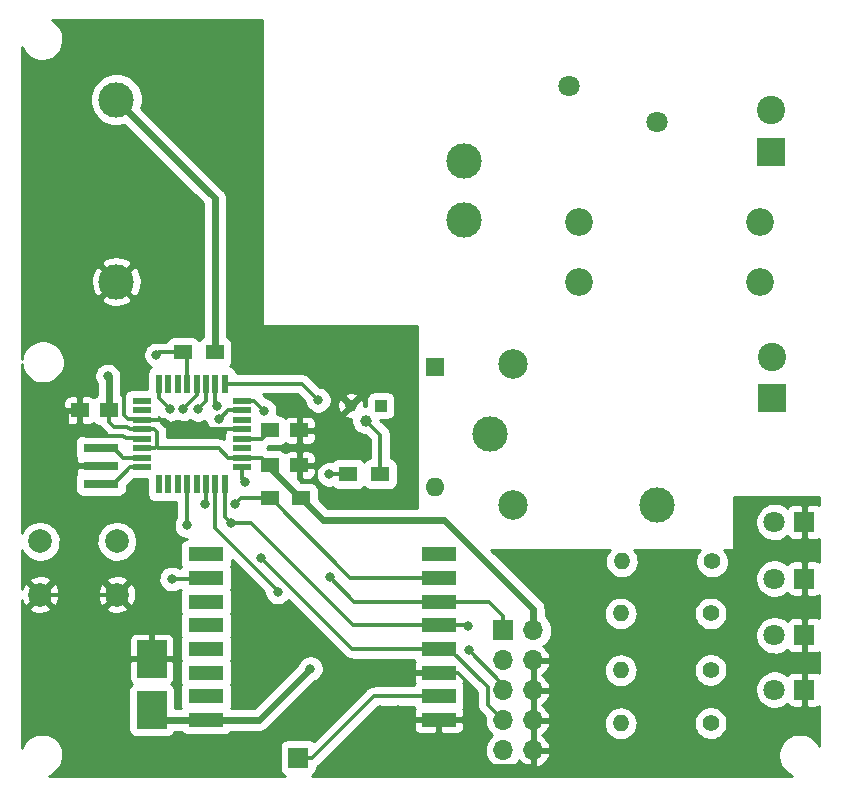
<source format=gtl>
G04 #@! TF.GenerationSoftware,KiCad,Pcbnew,no-vcs-found-7652~57~ubuntu16.04.1*
G04 #@! TF.CreationDate,2017-02-14T17:18:47+02:00*
G04 #@! TF.ProjectId,heater_node,6865617465725F6E6F64652E6B696361,rev?*
G04 #@! TF.FileFunction,Copper,L1,Top,Signal*
G04 #@! TF.FilePolarity,Positive*
%FSLAX46Y46*%
G04 Gerber Fmt 4.6, Leading zero omitted, Abs format (unit mm)*
G04 Created by KiCad (PCBNEW no-vcs-found-7652~57~ubuntu16.04.1) date Tue Feb 14 17:18:47 2017*
%MOMM*%
%LPD*%
G01*
G04 APERTURE LIST*
%ADD10C,0.100000*%
%ADD11C,0.800000*%
%ADD12C,1.400000*%
%ADD13O,1.400000X1.400000*%
%ADD14R,3.000000X0.800000*%
%ADD15C,2.000000*%
%ADD16R,1.500000X1.250000*%
%ADD17R,2.500000X3.200000*%
%ADD18O,1.700000X1.700000*%
%ADD19R,1.700000X1.700000*%
%ADD20O,1.600000X1.600000*%
%ADD21R,1.600000X1.600000*%
%ADD22C,1.800000*%
%ADD23R,1.800000X1.800000*%
%ADD24C,2.349500*%
%ADD25R,0.550000X1.600000*%
%ADD26R,1.600000X0.550000*%
%ADD27R,1.000000X1.000000*%
%ADD28C,1.000000*%
%ADD29R,1.500000X1.300000*%
%ADD30C,2.500000*%
%ADD31C,3.000000*%
%ADD32R,3.000000X1.200000*%
%ADD33C,2.400000*%
%ADD34R,2.400000X2.400000*%
%ADD35C,0.350000*%
%ADD36C,0.600000*%
%ADD37C,0.254000*%
G04 APERTURE END LIST*
D10*
D11*
X147775000Y-116650000D03*
X147775000Y-118150000D03*
X146275000Y-118150000D03*
X146275000Y-116650000D03*
X141250000Y-116400000D03*
X141250000Y-117900000D03*
X139750000Y-117900000D03*
X139750000Y-116400000D03*
X135675000Y-82075000D03*
X135675000Y-83575000D03*
X134175000Y-83575000D03*
X134175000Y-82075000D03*
X121150000Y-67350000D03*
X119650000Y-65850000D03*
X121150000Y-64350000D03*
X119650000Y-64350000D03*
X119650000Y-67350000D03*
X121150000Y-65850000D03*
X127625000Y-66425000D03*
X127625000Y-64925000D03*
X127625000Y-63425000D03*
X130650000Y-59025000D03*
X132150000Y-59025000D03*
X133650000Y-59025000D03*
X135150000Y-59025000D03*
X129150000Y-59025000D03*
X122650000Y-62025000D03*
X124150000Y-60525000D03*
X121150000Y-62025000D03*
X125650000Y-60525000D03*
X124150000Y-59025000D03*
X122650000Y-60525000D03*
X121150000Y-60525000D03*
X125650000Y-59025000D03*
X124150000Y-62025000D03*
X127150000Y-60525000D03*
X121150000Y-59025000D03*
X127150000Y-62025000D03*
X125650000Y-62025000D03*
X127150000Y-59025000D03*
X122650000Y-59025000D03*
X118225000Y-82300000D03*
X118225000Y-83800000D03*
X116725000Y-83800000D03*
X116725000Y-82300000D03*
X148400000Y-86500000D03*
X146900000Y-85000000D03*
X148400000Y-85000000D03*
X146900000Y-86500000D03*
X144250000Y-86500000D03*
X145600000Y-85000000D03*
X144250000Y-85000000D03*
X142750000Y-85000000D03*
X142750000Y-86500000D03*
X145600000Y-86500000D03*
X167850000Y-120350000D03*
X167850000Y-121850000D03*
X166350000Y-121850000D03*
X166350000Y-120350000D03*
X170700000Y-120350000D03*
X170700000Y-121850000D03*
X169200000Y-121850000D03*
X172200000Y-121850000D03*
X169200000Y-120350000D03*
X172200000Y-120350000D03*
X127425000Y-121650000D03*
X130425000Y-121650000D03*
X128925000Y-121650000D03*
X130425000Y-120150000D03*
X127425000Y-120150000D03*
X128925000Y-120150000D03*
X151275000Y-120125000D03*
X151275000Y-121625000D03*
X149775000Y-121625000D03*
X152775000Y-121625000D03*
X149775000Y-120125000D03*
X152775000Y-120125000D03*
X144775000Y-121625000D03*
X147775000Y-121625000D03*
X146275000Y-121625000D03*
X147775000Y-120125000D03*
X144775000Y-120125000D03*
X146275000Y-120125000D03*
X133875000Y-121650000D03*
X133875000Y-120150000D03*
X135375000Y-120150000D03*
X135375000Y-121650000D03*
X132375000Y-121650000D03*
X132375000Y-120150000D03*
X116700000Y-80725000D03*
X116700000Y-79225000D03*
X118200000Y-80725000D03*
X118200000Y-77725000D03*
X116700000Y-76225000D03*
X118200000Y-79225000D03*
X118200000Y-76225000D03*
X116700000Y-77725000D03*
X118175000Y-73200000D03*
X116675000Y-71700000D03*
X118175000Y-70200000D03*
X116675000Y-70200000D03*
X118175000Y-74700000D03*
X116675000Y-74700000D03*
X116675000Y-73200000D03*
X118175000Y-71700000D03*
X116675000Y-65850000D03*
X118175000Y-68850000D03*
X118175000Y-67350000D03*
X118175000Y-65850000D03*
X118175000Y-64350000D03*
X116675000Y-64350000D03*
X116675000Y-68850000D03*
X116675000Y-67350000D03*
X122600000Y-121350000D03*
X122600000Y-116850000D03*
X121100000Y-116850000D03*
X121100000Y-121350000D03*
X122600000Y-119850000D03*
X121100000Y-119850000D03*
X121100000Y-118350000D03*
X124100000Y-116850000D03*
X124100000Y-119850000D03*
X122600000Y-118350000D03*
X124100000Y-118350000D03*
X124100000Y-121350000D03*
X163250000Y-118550000D03*
X164750000Y-120050000D03*
X161750000Y-118550000D03*
X164750000Y-118550000D03*
X164750000Y-115550000D03*
X163250000Y-117050000D03*
X163250000Y-115550000D03*
X164750000Y-117050000D03*
X161750000Y-120050000D03*
X161750000Y-115550000D03*
X163250000Y-120050000D03*
X161750000Y-117050000D03*
X116700000Y-93650000D03*
X119700000Y-95150000D03*
X118200000Y-95150000D03*
X116700000Y-95150000D03*
X119700000Y-98150000D03*
X118200000Y-96650000D03*
X116700000Y-98150000D03*
X119700000Y-93650000D03*
X118200000Y-98150000D03*
X116700000Y-96650000D03*
X119700000Y-96650000D03*
X118200000Y-93650000D03*
X130500000Y-83400000D03*
X129000000Y-83400000D03*
X127500000Y-83400000D03*
X130500000Y-81900000D03*
X129000000Y-81900000D03*
X127500000Y-81900000D03*
X130500000Y-80400000D03*
X129000000Y-80400000D03*
X127500000Y-80400000D03*
X130500000Y-78900000D03*
X129000000Y-78900000D03*
X127500000Y-78900000D03*
X135150000Y-66450000D03*
X133650000Y-66450000D03*
X132150000Y-66450000D03*
X130650000Y-66450000D03*
X129150000Y-66450000D03*
X135150000Y-64950000D03*
X133650000Y-64950000D03*
X132150000Y-64950000D03*
X130650000Y-64950000D03*
X129150000Y-64950000D03*
X135150000Y-63450000D03*
X133650000Y-63450000D03*
X132150000Y-63450000D03*
X130650000Y-63450000D03*
X129150000Y-63450000D03*
X135150000Y-61950000D03*
X133650000Y-61950000D03*
X132150000Y-61950000D03*
X130650000Y-61950000D03*
X129150000Y-61950000D03*
X135150000Y-60450000D03*
X133650000Y-60450000D03*
X132150000Y-60450000D03*
X130650000Y-60450000D03*
X129150000Y-60450000D03*
D12*
X174270000Y-117775000D03*
D13*
X166650000Y-117775000D03*
D12*
X174270000Y-113275000D03*
D13*
X166650000Y-113275000D03*
D12*
X174270000Y-108475000D03*
D13*
X166650000Y-108475000D03*
D12*
X174370000Y-104075000D03*
D13*
X166750000Y-104075000D03*
D14*
X122650000Y-94475000D03*
X122650000Y-95975000D03*
X122650000Y-97475000D03*
D15*
X117500000Y-106875000D03*
X117500000Y-102375000D03*
X124000000Y-106875000D03*
X124000000Y-102375000D03*
D16*
X139450000Y-95925000D03*
X136950000Y-95925000D03*
X120850000Y-91275000D03*
X123350000Y-91275000D03*
X136950000Y-92975000D03*
X139450000Y-92975000D03*
D17*
X126950000Y-112325000D03*
X126950000Y-116625000D03*
D18*
X159265000Y-120065000D03*
X156725000Y-120065000D03*
X159265000Y-117525000D03*
X156725000Y-117525000D03*
X159265000Y-114985000D03*
X156725000Y-114985000D03*
X159265000Y-112445000D03*
X156725000Y-112445000D03*
X159265000Y-109905000D03*
D19*
X156725000Y-109905000D03*
D20*
X150950000Y-97775000D03*
D21*
X150950000Y-87615000D03*
D22*
X179675000Y-110325000D03*
D23*
X182215000Y-110325000D03*
D22*
X179675000Y-105525000D03*
D23*
X182215000Y-105525000D03*
X182215000Y-100725000D03*
D22*
X179675000Y-100725000D03*
D23*
X182215000Y-114925000D03*
D22*
X179675000Y-114925000D03*
D24*
X163089360Y-80415000D03*
X163089360Y-75335000D03*
X178410640Y-80415000D03*
X178410640Y-75335000D03*
D25*
X127550000Y-89025000D03*
X128350000Y-89025000D03*
X129150000Y-89025000D03*
X129950000Y-89025000D03*
X130750000Y-89025000D03*
X131550000Y-89025000D03*
X132350000Y-89025000D03*
X133150000Y-89025000D03*
D26*
X134600000Y-90475000D03*
X134600000Y-91275000D03*
X134600000Y-92075000D03*
X134600000Y-92875000D03*
X134600000Y-93675000D03*
X134600000Y-94475000D03*
X134600000Y-95275000D03*
X134600000Y-96075000D03*
D25*
X133150000Y-97525000D03*
X132350000Y-97525000D03*
X131550000Y-97525000D03*
X130750000Y-97525000D03*
X129950000Y-97525000D03*
X129150000Y-97525000D03*
X128350000Y-97525000D03*
X127550000Y-97525000D03*
D26*
X126100000Y-96075000D03*
X126100000Y-95275000D03*
X126100000Y-94475000D03*
X126100000Y-93675000D03*
X126100000Y-92875000D03*
X126100000Y-92075000D03*
X126100000Y-91275000D03*
X126100000Y-90475000D03*
D19*
X139350000Y-120675000D03*
D27*
X146350000Y-90875000D03*
D28*
X143810000Y-90875000D03*
X145080000Y-92145000D03*
D29*
X146300000Y-96675000D03*
X143600000Y-96675000D03*
X129600000Y-86375000D03*
X132300000Y-86375000D03*
X136925000Y-98725000D03*
X139625000Y-98725000D03*
D30*
X157500000Y-99325000D03*
X157500000Y-87325000D03*
D31*
X155550000Y-93275000D03*
X169750000Y-99275000D03*
X153350000Y-75175000D03*
X153350000Y-70175000D03*
X123950000Y-80375000D03*
X123950000Y-64975000D03*
D32*
X151250000Y-103475000D03*
X151250000Y-105475000D03*
X151250000Y-107475000D03*
X151250000Y-109475000D03*
X151250000Y-111475000D03*
X151250000Y-113475000D03*
X151250000Y-115475000D03*
X151250000Y-117475000D03*
X131550000Y-117475000D03*
X131550000Y-115475000D03*
X131550000Y-113475000D03*
X131550000Y-111475000D03*
X131550000Y-109475000D03*
X131550000Y-107475000D03*
X131550000Y-105475000D03*
X131550000Y-103475000D03*
D22*
X162250000Y-63775000D03*
X169750000Y-66875000D03*
D33*
X179450000Y-86775000D03*
D34*
X179450000Y-90275000D03*
X179350000Y-69375000D03*
D33*
X179350000Y-65875000D03*
D11*
X129496272Y-92728728D03*
X123225000Y-88375000D03*
X140375000Y-113150000D03*
X127350000Y-86600000D03*
X153800000Y-111575000D03*
X153700000Y-109550000D03*
X133700000Y-100850000D03*
X134884451Y-97346903D03*
X136175000Y-103750000D03*
X137625000Y-106650000D03*
X142025000Y-105400000D03*
X130875000Y-91200000D03*
X141975000Y-96700000D03*
X132511533Y-90903986D03*
X141050000Y-90425000D03*
X136450000Y-91300000D03*
X132605348Y-91999990D03*
X129925000Y-101025000D03*
X129583441Y-91138894D03*
X128485253Y-91202218D03*
X128650000Y-105550000D03*
X134025010Y-99167270D03*
X131425000Y-99200000D03*
D35*
X119775000Y-106875000D02*
X117500000Y-106875000D01*
X124000000Y-106875000D02*
X119775000Y-106875000D01*
X119775000Y-106875000D02*
X119700000Y-106800000D01*
X119700000Y-106800000D02*
X119700000Y-95150000D01*
X159265000Y-120065000D02*
X159265000Y-121210000D01*
X159265000Y-121210000D02*
X159084999Y-121390001D01*
X159084999Y-121390001D02*
X155190001Y-121390001D01*
X155190001Y-121390001D02*
X153800000Y-120000000D01*
X153800000Y-117625000D02*
X153650000Y-117475000D01*
X153800000Y-120000000D02*
X153800000Y-117625000D01*
X153650000Y-117475000D02*
X152150000Y-117475000D01*
X152150000Y-117475000D02*
X153475000Y-117475000D01*
X153475000Y-117475000D02*
X153475000Y-114075000D01*
X153475000Y-114075000D02*
X152875000Y-113475000D01*
X152875000Y-113475000D02*
X151250000Y-113475000D01*
X127300000Y-111975000D02*
X126950000Y-112325000D01*
X126100000Y-93675000D02*
X125975000Y-93675000D01*
X120850000Y-92875000D02*
X120850000Y-91275000D01*
X125975000Y-93675000D02*
X125950000Y-93650000D01*
X125950000Y-93650000D02*
X125949990Y-93650010D01*
X125949990Y-93650010D02*
X124753981Y-93650010D01*
X121425000Y-93450000D02*
X120850000Y-92875000D01*
X124753981Y-93650010D02*
X124553993Y-93450022D01*
X124553993Y-93450022D02*
X123453993Y-93450022D01*
X123453993Y-93450022D02*
X123453971Y-93450000D01*
X123453971Y-93450000D02*
X121425000Y-93450000D01*
X122650000Y-95975000D02*
X120500000Y-95975000D01*
X120500000Y-95975000D02*
X119750000Y-95225000D01*
X119750000Y-95225000D02*
X119750000Y-93950000D01*
X119750000Y-93950000D02*
X119750000Y-91525000D01*
X119750000Y-91525000D02*
X120000000Y-91275000D01*
X120000000Y-91275000D02*
X120850000Y-91275000D01*
X139450000Y-92975000D02*
X141710000Y-92975000D01*
X141710000Y-92975000D02*
X143810000Y-90875000D01*
X134600000Y-92875000D02*
X129642544Y-92875000D01*
X129642544Y-92875000D02*
X129496272Y-92728728D01*
X128742538Y-92728728D02*
X129496272Y-92728728D01*
X126100000Y-92075000D02*
X128088810Y-92075000D01*
X128088810Y-92075000D02*
X128742538Y-92728728D01*
X126100000Y-92075000D02*
X126050001Y-92025001D01*
X126050001Y-92025001D02*
X124919999Y-92025001D01*
X124919999Y-92025001D02*
X124575001Y-91680003D01*
X124575001Y-91680003D02*
X124575001Y-87375001D01*
X124575001Y-87375001D02*
X124550000Y-87350000D01*
X124550000Y-87350000D02*
X124550000Y-86375000D01*
X124550000Y-86375000D02*
X123450000Y-86375000D01*
X123450000Y-86375000D02*
X120850000Y-88975000D01*
X120850000Y-88975000D02*
X120850000Y-91275000D01*
X151250000Y-117475000D02*
X152150000Y-117475000D01*
X159265000Y-117525000D02*
X159265000Y-120065000D01*
X159265000Y-114985000D02*
X159265000Y-117525000D01*
X159265000Y-112445000D02*
X159265000Y-114985000D01*
X139450000Y-92975000D02*
X139450000Y-95925000D01*
D36*
X159265000Y-109905000D02*
X159265000Y-108090000D01*
X159265000Y-108090000D02*
X151725000Y-100550000D01*
X151725000Y-100550000D02*
X141450000Y-100550000D01*
X141450000Y-100550000D02*
X139625000Y-98725000D01*
X123350000Y-91275000D02*
X123350000Y-88500000D01*
X123350000Y-88500000D02*
X123225000Y-88375000D01*
D35*
X126100000Y-92875000D02*
X127110748Y-92875000D01*
X127375001Y-93139253D02*
X127375001Y-94349999D01*
X127110748Y-92875000D02*
X127375001Y-93139253D01*
X126100000Y-92875000D02*
X125075000Y-92875000D01*
X124875012Y-92675012D02*
X123775012Y-92675012D01*
X123775012Y-92675012D02*
X123350000Y-92250000D01*
X125075000Y-92875000D02*
X124875012Y-92675012D01*
X123350000Y-92250000D02*
X123350000Y-91275000D01*
D36*
X131550000Y-117475000D02*
X136050000Y-117475000D01*
X136050000Y-117475000D02*
X140375000Y-113150000D01*
D35*
X134600000Y-95275000D02*
X133450000Y-95275000D01*
X127500002Y-94475000D02*
X127375001Y-94349999D01*
X132650000Y-94475000D02*
X127500002Y-94475000D01*
X133450000Y-95275000D02*
X132650000Y-94475000D01*
D36*
X139625000Y-98725000D02*
X139525000Y-98725000D01*
X139525000Y-98725000D02*
X136950000Y-96150000D01*
X136950000Y-96150000D02*
X136950000Y-95925000D01*
D35*
X134600000Y-95275000D02*
X136300000Y-95275000D01*
X136300000Y-95275000D02*
X136950000Y-95925000D01*
X127375001Y-94349999D02*
X127250000Y-94475000D01*
X127250000Y-94475000D02*
X126100000Y-94475000D01*
D36*
X131550000Y-117475000D02*
X127800000Y-117475000D01*
X127800000Y-117475000D02*
X126950000Y-116625000D01*
D35*
X134600000Y-93675000D02*
X136250000Y-93675000D01*
X136250000Y-93675000D02*
X136950000Y-92975000D01*
X127575000Y-86375000D02*
X127350000Y-86600000D01*
X129600000Y-86375000D02*
X127575000Y-86375000D01*
X156725000Y-114985000D02*
X156725000Y-114525000D01*
X156725000Y-114525000D02*
X153800000Y-111600000D01*
X153800000Y-111600000D02*
X153800000Y-111575000D01*
X129950000Y-89025000D02*
X129950000Y-86725000D01*
X129950000Y-86725000D02*
X129600000Y-86375000D01*
X151250000Y-109475000D02*
X153625000Y-109475000D01*
X153625000Y-109475000D02*
X153700000Y-109550000D01*
X133150000Y-97525000D02*
X133150000Y-100300000D01*
X133150000Y-100300000D02*
X133700000Y-100850000D01*
X135325000Y-100850000D02*
X133700000Y-100850000D01*
X143950000Y-109475000D02*
X135325000Y-100850000D01*
X151250000Y-109475000D02*
X143950000Y-109475000D01*
X134600000Y-97062452D02*
X134884451Y-97346903D01*
X134600000Y-96075000D02*
X134600000Y-97062452D01*
X156725000Y-117525000D02*
X155399999Y-116199999D01*
X155399999Y-116199999D02*
X155399999Y-114724999D01*
X155399999Y-114724999D02*
X152150000Y-111475000D01*
X152150000Y-111475000D02*
X151250000Y-111475000D01*
X151250000Y-111475000D02*
X143900000Y-111475000D01*
X143900000Y-111475000D02*
X136175000Y-103750000D01*
X151250000Y-107475000D02*
X155495000Y-107475000D01*
X156725000Y-108705000D02*
X156725000Y-109905000D01*
X155495000Y-107475000D02*
X156725000Y-108705000D01*
X132350000Y-97525000D02*
X132350000Y-101275000D01*
X132350000Y-101275000D02*
X137625000Y-106550000D01*
X137625000Y-106550000D02*
X137625000Y-106650000D01*
X144100000Y-107475000D02*
X142025000Y-105400000D01*
X151250000Y-107475000D02*
X144100000Y-107475000D01*
D36*
X132300000Y-86375000D02*
X132300000Y-73325000D01*
X132300000Y-73325000D02*
X123950000Y-64975000D01*
D35*
X131550000Y-90525000D02*
X130875000Y-91200000D01*
X131550000Y-89025000D02*
X131550000Y-90525000D01*
X141975000Y-96700000D02*
X143575000Y-96700000D01*
X143575000Y-96700000D02*
X143600000Y-96675000D01*
X132350000Y-90742453D02*
X132511533Y-90903986D01*
X132350000Y-89025000D02*
X132350000Y-90742453D01*
X141050000Y-90425000D02*
X139650000Y-89025000D01*
X139650000Y-89025000D02*
X133150000Y-89025000D01*
X136450000Y-91300000D02*
X135625000Y-90475000D01*
X135625000Y-90475000D02*
X134600000Y-90475000D01*
X133445080Y-91275000D02*
X132720090Y-91999990D01*
X134600000Y-91275000D02*
X133445080Y-91275000D01*
X132720090Y-91999990D02*
X132605348Y-91999990D01*
X129950000Y-97525000D02*
X129950000Y-101000000D01*
X129950000Y-101000000D02*
X129925000Y-101025000D01*
X126100000Y-96075000D02*
X125150000Y-96075000D01*
X125150000Y-96075000D02*
X123750000Y-97475000D01*
X123750000Y-97475000D02*
X122650000Y-97475000D01*
X122650000Y-94475000D02*
X123750000Y-94475000D01*
X123750000Y-94475000D02*
X124550000Y-95275000D01*
X124550000Y-95275000D02*
X126100000Y-95275000D01*
X139350000Y-120675000D02*
X140550000Y-120675000D01*
X140550000Y-120675000D02*
X145750000Y-115475000D01*
X145750000Y-115475000D02*
X151250000Y-115475000D01*
X145080000Y-92145000D02*
X146300000Y-93365000D01*
X146300000Y-93365000D02*
X146300000Y-96675000D01*
X130750000Y-89025000D02*
X130750000Y-89972335D01*
X130750000Y-89972335D02*
X129583441Y-91138894D01*
X127550000Y-89025000D02*
X127550000Y-90266965D01*
X127550000Y-90266965D02*
X128485253Y-91202218D01*
X128650000Y-105550000D02*
X131475000Y-105550000D01*
X131475000Y-105550000D02*
X131550000Y-105475000D01*
X134467280Y-98725000D02*
X134025010Y-99167270D01*
X136925000Y-98725000D02*
X134467280Y-98725000D01*
X131425000Y-99200000D02*
X131550000Y-99075000D01*
X131550000Y-99075000D02*
X131550000Y-97525000D01*
X151250000Y-105475000D02*
X143775000Y-105475000D01*
X143775000Y-105475000D02*
X137025000Y-98725000D01*
X137025000Y-98725000D02*
X136925000Y-98725000D01*
D37*
G36*
X136298685Y-84028997D02*
X136308275Y-84077413D01*
X136335739Y-84118658D01*
X136376896Y-84146255D01*
X136425481Y-84156000D01*
X149398009Y-84176797D01*
X149399086Y-99523000D01*
X141875397Y-99523000D01*
X141105517Y-98753119D01*
X141105517Y-98075000D01*
X141091480Y-97932483D01*
X141049910Y-97795443D01*
X140982403Y-97669147D01*
X140891554Y-97558446D01*
X140780853Y-97467597D01*
X140654557Y-97400090D01*
X140517517Y-97358520D01*
X140375000Y-97344483D01*
X139596881Y-97344483D01*
X139300824Y-97048426D01*
X139323000Y-97026250D01*
X139323000Y-96052000D01*
X139577000Y-96052000D01*
X139577000Y-97026250D01*
X139735750Y-97185000D01*
X140262542Y-97185000D01*
X140385223Y-97160597D01*
X140500785Y-97112730D01*
X140604789Y-97043237D01*
X140693237Y-96954789D01*
X140762730Y-96850785D01*
X140785935Y-96794761D01*
X140846519Y-96794761D01*
X140886416Y-97012146D01*
X140967778Y-97217642D01*
X141087504Y-97403421D01*
X141241035Y-97562406D01*
X141422522Y-97688543D01*
X141625053Y-97777027D01*
X141840913Y-97824487D01*
X142061881Y-97829115D01*
X142279539Y-97790736D01*
X142288795Y-97787146D01*
X142333446Y-97841554D01*
X142444147Y-97932403D01*
X142570443Y-97999910D01*
X142707483Y-98041480D01*
X142850000Y-98055517D01*
X144350000Y-98055517D01*
X144492517Y-98041480D01*
X144629557Y-97999910D01*
X144755853Y-97932403D01*
X144866554Y-97841554D01*
X144950000Y-97739874D01*
X145033446Y-97841554D01*
X145144147Y-97932403D01*
X145270443Y-97999910D01*
X145407483Y-98041480D01*
X145550000Y-98055517D01*
X147050000Y-98055517D01*
X147192517Y-98041480D01*
X147329557Y-97999910D01*
X147455853Y-97932403D01*
X147566554Y-97841554D01*
X147657403Y-97730853D01*
X147724910Y-97604557D01*
X147766480Y-97467517D01*
X147780517Y-97325000D01*
X147780517Y-96025000D01*
X147766480Y-95882483D01*
X147724910Y-95745443D01*
X147657403Y-95619147D01*
X147566554Y-95508446D01*
X147455853Y-95417597D01*
X147329557Y-95350090D01*
X147202000Y-95311397D01*
X147202000Y-93365000D01*
X147193867Y-93282049D01*
X147186608Y-93199076D01*
X147185285Y-93194522D01*
X147184822Y-93189801D01*
X147160742Y-93110045D01*
X147137495Y-93030027D01*
X147135312Y-93025815D01*
X147133941Y-93021275D01*
X147094827Y-92947712D01*
X147056481Y-92873736D01*
X147053522Y-92870029D01*
X147051295Y-92865841D01*
X146998627Y-92801264D01*
X146946654Y-92736158D01*
X146940143Y-92729555D01*
X146940033Y-92729420D01*
X146939908Y-92729316D01*
X146937811Y-92727190D01*
X146316137Y-92105517D01*
X146850000Y-92105517D01*
X146992517Y-92091480D01*
X147129557Y-92049910D01*
X147255853Y-91982403D01*
X147366554Y-91891554D01*
X147457403Y-91780853D01*
X147524910Y-91654557D01*
X147566480Y-91517517D01*
X147580517Y-91375000D01*
X147580517Y-90375000D01*
X147566480Y-90232483D01*
X147524910Y-90095443D01*
X147457403Y-89969147D01*
X147366554Y-89858446D01*
X147255853Y-89767597D01*
X147129557Y-89700090D01*
X146992517Y-89658520D01*
X146850000Y-89644483D01*
X145850000Y-89644483D01*
X145707483Y-89658520D01*
X145570443Y-89700090D01*
X145444147Y-89767597D01*
X145333446Y-89858446D01*
X145242597Y-89969147D01*
X145175090Y-90095443D01*
X145133520Y-90232483D01*
X145119483Y-90375000D01*
X145119483Y-90918193D01*
X144968256Y-90917137D01*
X144944171Y-90921731D01*
X144947511Y-90792594D01*
X144909577Y-90572260D01*
X144829387Y-90363560D01*
X144801588Y-90311550D01*
X144588166Y-90276439D01*
X143989605Y-90875000D01*
X144003748Y-90889143D01*
X143824143Y-91068748D01*
X143810000Y-91054605D01*
X143211439Y-91653166D01*
X143246550Y-91866588D01*
X143450826Y-91957458D01*
X143668905Y-92006731D01*
X143854692Y-92011536D01*
X143851387Y-92248170D01*
X143894825Y-92484843D01*
X143983406Y-92708573D01*
X144113755Y-92910836D01*
X144280909Y-93083929D01*
X144478500Y-93221258D01*
X144699002Y-93317593D01*
X144934015Y-93369264D01*
X145030668Y-93371288D01*
X145398000Y-93738621D01*
X145398000Y-95311397D01*
X145270443Y-95350090D01*
X145144147Y-95417597D01*
X145033446Y-95508446D01*
X144950000Y-95610126D01*
X144866554Y-95508446D01*
X144755853Y-95417597D01*
X144629557Y-95350090D01*
X144492517Y-95308520D01*
X144350000Y-95294483D01*
X142850000Y-95294483D01*
X142707483Y-95308520D01*
X142570443Y-95350090D01*
X142444147Y-95417597D01*
X142333446Y-95508446D01*
X142252967Y-95606511D01*
X142093374Y-95573751D01*
X141872363Y-95572208D01*
X141655262Y-95613622D01*
X141450339Y-95696416D01*
X141265401Y-95817436D01*
X141107491Y-95972073D01*
X140982624Y-96154437D01*
X140895556Y-96357580D01*
X140849605Y-96573767D01*
X140846519Y-96794761D01*
X140785935Y-96794761D01*
X140810597Y-96735223D01*
X140835000Y-96612542D01*
X140835000Y-96210750D01*
X140676250Y-96052000D01*
X139577000Y-96052000D01*
X139323000Y-96052000D01*
X139303000Y-96052000D01*
X139303000Y-95798000D01*
X139323000Y-95798000D01*
X139323000Y-94823750D01*
X139577000Y-94823750D01*
X139577000Y-95798000D01*
X140676250Y-95798000D01*
X140835000Y-95639250D01*
X140835000Y-95237458D01*
X140810597Y-95114777D01*
X140762730Y-94999215D01*
X140693237Y-94895211D01*
X140604789Y-94806763D01*
X140500785Y-94737270D01*
X140385223Y-94689403D01*
X140262542Y-94665000D01*
X139735750Y-94665000D01*
X139577000Y-94823750D01*
X139323000Y-94823750D01*
X139164250Y-94665000D01*
X138637458Y-94665000D01*
X138514777Y-94689403D01*
X138399215Y-94737270D01*
X138295211Y-94806763D01*
X138262519Y-94839455D01*
X138216554Y-94783446D01*
X138105853Y-94692597D01*
X137979557Y-94625090D01*
X137842517Y-94583520D01*
X137700000Y-94569483D01*
X136855763Y-94569483D01*
X136809600Y-94530748D01*
X136805447Y-94528465D01*
X136801779Y-94525452D01*
X136728304Y-94486055D01*
X136683500Y-94461423D01*
X136741265Y-94431481D01*
X136744974Y-94428520D01*
X136749159Y-94426295D01*
X136813720Y-94373640D01*
X136867739Y-94330517D01*
X137700000Y-94330517D01*
X137842517Y-94316480D01*
X137979557Y-94274910D01*
X138105853Y-94207403D01*
X138216554Y-94116554D01*
X138262519Y-94060545D01*
X138295211Y-94093237D01*
X138399215Y-94162730D01*
X138514777Y-94210597D01*
X138637458Y-94235000D01*
X139164250Y-94235000D01*
X139323000Y-94076250D01*
X139323000Y-93102000D01*
X139577000Y-93102000D01*
X139577000Y-94076250D01*
X139735750Y-94235000D01*
X140262542Y-94235000D01*
X140385223Y-94210597D01*
X140500785Y-94162730D01*
X140604789Y-94093237D01*
X140693237Y-94004789D01*
X140762730Y-93900785D01*
X140810597Y-93785223D01*
X140835000Y-93662542D01*
X140835000Y-93260750D01*
X140676250Y-93102000D01*
X139577000Y-93102000D01*
X139323000Y-93102000D01*
X139303000Y-93102000D01*
X139303000Y-92848000D01*
X139323000Y-92848000D01*
X139323000Y-91873750D01*
X139577000Y-91873750D01*
X139577000Y-92848000D01*
X140676250Y-92848000D01*
X140835000Y-92689250D01*
X140835000Y-92287458D01*
X140810597Y-92164777D01*
X140762730Y-92049215D01*
X140693237Y-91945211D01*
X140604789Y-91856763D01*
X140500785Y-91787270D01*
X140385223Y-91739403D01*
X140262542Y-91715000D01*
X139735750Y-91715000D01*
X139577000Y-91873750D01*
X139323000Y-91873750D01*
X139164250Y-91715000D01*
X138637458Y-91715000D01*
X138514777Y-91739403D01*
X138399215Y-91787270D01*
X138295211Y-91856763D01*
X138262519Y-91889455D01*
X138216554Y-91833446D01*
X138105853Y-91742597D01*
X137979557Y-91675090D01*
X137842517Y-91633520D01*
X137700000Y-91619483D01*
X137533185Y-91619483D01*
X137573523Y-91441934D01*
X137577048Y-91189492D01*
X137534119Y-90972685D01*
X137449897Y-90768346D01*
X137327588Y-90584257D01*
X137171853Y-90427430D01*
X136988622Y-90303839D01*
X136784875Y-90218192D01*
X136607377Y-90181757D01*
X136352620Y-89927000D01*
X139276380Y-89927000D01*
X139933293Y-90583913D01*
X139961416Y-90737146D01*
X140042778Y-90942642D01*
X140162504Y-91128421D01*
X140316035Y-91287406D01*
X140497522Y-91413543D01*
X140700053Y-91502027D01*
X140915913Y-91549487D01*
X141136881Y-91554115D01*
X141354539Y-91515736D01*
X141560598Y-91435811D01*
X141747208Y-91317385D01*
X141907261Y-91164968D01*
X142034662Y-90984366D01*
X142046665Y-90957406D01*
X142672489Y-90957406D01*
X142710423Y-91177740D01*
X142790613Y-91386440D01*
X142818412Y-91438450D01*
X143031834Y-91473561D01*
X143630395Y-90875000D01*
X143031834Y-90276439D01*
X142818412Y-90311550D01*
X142727542Y-90515826D01*
X142678269Y-90733905D01*
X142672489Y-90957406D01*
X142046665Y-90957406D01*
X142124557Y-90782458D01*
X142173523Y-90566934D01*
X142177048Y-90314492D01*
X142134119Y-90097685D01*
X142133769Y-90096834D01*
X143211439Y-90096834D01*
X143810000Y-90695395D01*
X144408561Y-90096834D01*
X144373450Y-89883412D01*
X144169174Y-89792542D01*
X143951095Y-89743269D01*
X143727594Y-89737489D01*
X143507260Y-89775423D01*
X143298560Y-89855613D01*
X143246550Y-89883412D01*
X143211439Y-90096834D01*
X142133769Y-90096834D01*
X142049897Y-89893346D01*
X141927588Y-89709257D01*
X141771853Y-89552430D01*
X141588622Y-89428839D01*
X141384875Y-89343192D01*
X141207377Y-89306757D01*
X140287810Y-88387190D01*
X140223402Y-88334284D01*
X140159600Y-88280748D01*
X140155447Y-88278465D01*
X140151779Y-88275452D01*
X140078304Y-88236055D01*
X140005336Y-88195940D01*
X140000818Y-88194507D01*
X139996635Y-88192264D01*
X139916903Y-88167887D01*
X139837536Y-88142711D01*
X139832826Y-88142183D01*
X139828287Y-88140795D01*
X139745339Y-88132369D01*
X139662594Y-88123088D01*
X139653329Y-88123023D01*
X139653149Y-88123005D01*
X139652982Y-88123021D01*
X139650000Y-88123000D01*
X134145471Y-88123000D01*
X134141480Y-88082483D01*
X134099910Y-87945443D01*
X134032403Y-87819147D01*
X133941554Y-87708446D01*
X133830853Y-87617597D01*
X133704557Y-87550090D01*
X133588452Y-87514871D01*
X133657403Y-87430853D01*
X133724910Y-87304557D01*
X133766480Y-87167517D01*
X133780517Y-87025000D01*
X133780517Y-85725000D01*
X133766480Y-85582483D01*
X133724910Y-85445443D01*
X133657403Y-85319147D01*
X133566554Y-85208446D01*
X133455853Y-85117597D01*
X133329557Y-85050090D01*
X133327000Y-85049314D01*
X133327000Y-73325000D01*
X133317742Y-73230578D01*
X133309475Y-73136081D01*
X133307968Y-73130893D01*
X133307441Y-73125521D01*
X133280028Y-73034725D01*
X133253555Y-72943605D01*
X133251070Y-72938810D01*
X133249509Y-72933641D01*
X133204992Y-72849916D01*
X133161315Y-72765655D01*
X133157943Y-72761431D01*
X133155410Y-72756667D01*
X133095490Y-72683198D01*
X133036267Y-72609011D01*
X133028854Y-72601494D01*
X133028729Y-72601341D01*
X133028587Y-72601224D01*
X133026198Y-72598801D01*
X126079922Y-65652524D01*
X126170130Y-65255468D01*
X126177096Y-64756631D01*
X126092267Y-64328212D01*
X125925839Y-63924428D01*
X125684152Y-63560660D01*
X125376412Y-63250764D01*
X125014340Y-63006544D01*
X124611728Y-62837301D01*
X124183911Y-62749483D01*
X123747185Y-62746434D01*
X123318183Y-62828270D01*
X122913247Y-62991875D01*
X122547801Y-63231016D01*
X122235764Y-63536585D01*
X121989022Y-63896943D01*
X121816973Y-64298364D01*
X121726170Y-64725557D01*
X121720072Y-65162252D01*
X121798912Y-65591815D01*
X121959685Y-65997883D01*
X122196270Y-66364990D01*
X122499653Y-66679152D01*
X122858279Y-66928404D01*
X123258489Y-67103251D01*
X123685038Y-67197034D01*
X124121680Y-67206181D01*
X124551782Y-67130342D01*
X124624672Y-67102070D01*
X131273000Y-73750397D01*
X131273000Y-85049314D01*
X131270443Y-85050090D01*
X131144147Y-85117597D01*
X131033446Y-85208446D01*
X130950000Y-85310126D01*
X130866554Y-85208446D01*
X130755853Y-85117597D01*
X130629557Y-85050090D01*
X130492517Y-85008520D01*
X130350000Y-84994483D01*
X128850000Y-84994483D01*
X128707483Y-85008520D01*
X128570443Y-85050090D01*
X128444147Y-85117597D01*
X128333446Y-85208446D01*
X128242597Y-85319147D01*
X128175090Y-85445443D01*
X128166731Y-85473000D01*
X127575000Y-85473000D01*
X127500365Y-85480318D01*
X127468374Y-85473751D01*
X127247363Y-85472208D01*
X127030262Y-85513622D01*
X126825339Y-85596416D01*
X126640401Y-85717436D01*
X126482491Y-85872073D01*
X126357624Y-86054437D01*
X126270556Y-86257580D01*
X126224605Y-86473767D01*
X126221519Y-86694761D01*
X126261416Y-86912146D01*
X126342778Y-87117642D01*
X126462504Y-87303421D01*
X126616035Y-87462406D01*
X126797522Y-87588543D01*
X126867367Y-87619058D01*
X126758446Y-87708446D01*
X126667597Y-87819147D01*
X126600090Y-87945443D01*
X126558520Y-88082483D01*
X126544483Y-88225000D01*
X126544483Y-89469483D01*
X125300000Y-89469483D01*
X125157483Y-89483520D01*
X125020443Y-89525090D01*
X124894147Y-89592597D01*
X124783446Y-89683446D01*
X124692597Y-89794147D01*
X124625090Y-89920443D01*
X124583520Y-90057483D01*
X124579068Y-90102682D01*
X124505853Y-90042597D01*
X124379557Y-89975090D01*
X124377000Y-89974314D01*
X124377000Y-88500000D01*
X124367741Y-88405570D01*
X124359475Y-88311082D01*
X124357968Y-88305894D01*
X124357441Y-88300521D01*
X124351806Y-88281855D01*
X124352048Y-88264492D01*
X124309119Y-88047685D01*
X124224897Y-87843346D01*
X124102588Y-87659257D01*
X123946853Y-87502430D01*
X123763622Y-87378839D01*
X123559875Y-87293192D01*
X123343374Y-87248751D01*
X123122363Y-87247208D01*
X122905262Y-87288622D01*
X122700339Y-87371416D01*
X122515401Y-87492436D01*
X122357491Y-87647073D01*
X122232624Y-87829437D01*
X122145556Y-88032580D01*
X122099605Y-88248767D01*
X122096519Y-88469761D01*
X122136416Y-88687146D01*
X122217778Y-88892642D01*
X122323000Y-89055915D01*
X122323000Y-89974314D01*
X122320443Y-89975090D01*
X122194147Y-90042597D01*
X122083446Y-90133446D01*
X122037481Y-90189455D01*
X122004789Y-90156763D01*
X121900785Y-90087270D01*
X121785223Y-90039403D01*
X121662542Y-90015000D01*
X121135750Y-90015000D01*
X120977000Y-90173750D01*
X120977000Y-91148000D01*
X120997000Y-91148000D01*
X120997000Y-91402000D01*
X120977000Y-91402000D01*
X120977000Y-92376250D01*
X121135750Y-92535000D01*
X121662542Y-92535000D01*
X121785223Y-92510597D01*
X121900785Y-92462730D01*
X122004789Y-92393237D01*
X122037481Y-92360545D01*
X122083446Y-92416554D01*
X122194147Y-92507403D01*
X122320443Y-92574910D01*
X122457483Y-92616480D01*
X122532064Y-92623826D01*
X122555181Y-92667303D01*
X122593519Y-92741265D01*
X122596480Y-92744974D01*
X122598705Y-92749159D01*
X122651360Y-92813720D01*
X122703347Y-92878843D01*
X122709853Y-92885440D01*
X122709967Y-92885580D01*
X122710096Y-92885687D01*
X122712190Y-92887810D01*
X123137202Y-93312823D01*
X123175746Y-93344483D01*
X121150000Y-93344483D01*
X121007483Y-93358520D01*
X120870443Y-93400090D01*
X120744147Y-93467597D01*
X120633446Y-93558446D01*
X120542597Y-93669147D01*
X120475090Y-93795443D01*
X120433520Y-93932483D01*
X120419483Y-94075000D01*
X120419483Y-94875000D01*
X120433520Y-95017517D01*
X120475090Y-95154557D01*
X120542597Y-95280853D01*
X120570458Y-95314802D01*
X120539403Y-95389777D01*
X120515000Y-95512458D01*
X120515000Y-95689250D01*
X120673750Y-95848000D01*
X122523000Y-95848000D01*
X122523000Y-95828000D01*
X122777000Y-95828000D01*
X122777000Y-95848000D01*
X122797000Y-95848000D01*
X122797000Y-96102000D01*
X122777000Y-96102000D01*
X122777000Y-96122000D01*
X122523000Y-96122000D01*
X122523000Y-96102000D01*
X120673750Y-96102000D01*
X120515000Y-96260750D01*
X120515000Y-96437542D01*
X120539403Y-96560223D01*
X120570458Y-96635198D01*
X120542597Y-96669147D01*
X120475090Y-96795443D01*
X120433520Y-96932483D01*
X120419483Y-97075000D01*
X120419483Y-97875000D01*
X120433520Y-98017517D01*
X120475090Y-98154557D01*
X120542597Y-98280853D01*
X120633446Y-98391554D01*
X120744147Y-98482403D01*
X120870443Y-98549910D01*
X121007483Y-98591480D01*
X121150000Y-98605517D01*
X124150000Y-98605517D01*
X124292517Y-98591480D01*
X124429557Y-98549910D01*
X124555853Y-98482403D01*
X124666554Y-98391554D01*
X124757403Y-98280853D01*
X124824910Y-98154557D01*
X124866480Y-98017517D01*
X124880517Y-97875000D01*
X124880517Y-97620103D01*
X125420103Y-97080517D01*
X126544483Y-97080517D01*
X126544483Y-98325000D01*
X126558520Y-98467517D01*
X126600090Y-98604557D01*
X126667597Y-98730853D01*
X126758446Y-98841554D01*
X126869147Y-98932403D01*
X126995443Y-98999910D01*
X127132483Y-99041480D01*
X127275000Y-99055517D01*
X127825000Y-99055517D01*
X127950000Y-99043205D01*
X128075000Y-99055517D01*
X128625000Y-99055517D01*
X128750000Y-99043205D01*
X128875000Y-99055517D01*
X129048000Y-99055517D01*
X129048000Y-100310934D01*
X128932624Y-100479437D01*
X128845556Y-100682580D01*
X128799605Y-100898767D01*
X128796519Y-101119761D01*
X128836416Y-101337146D01*
X128917778Y-101542642D01*
X129037504Y-101728421D01*
X129191035Y-101887406D01*
X129372522Y-102013543D01*
X129575053Y-102102027D01*
X129790913Y-102149487D01*
X129962671Y-102153084D01*
X129907483Y-102158520D01*
X129770443Y-102200090D01*
X129644147Y-102267597D01*
X129533446Y-102358446D01*
X129442597Y-102469147D01*
X129375090Y-102595443D01*
X129333520Y-102732483D01*
X129319483Y-102875000D01*
X129319483Y-104075000D01*
X129333520Y-104217517D01*
X129375090Y-104354557D01*
X129439468Y-104475000D01*
X129375090Y-104595443D01*
X129359147Y-104648000D01*
X129328221Y-104648000D01*
X129188622Y-104553839D01*
X128984875Y-104468192D01*
X128768374Y-104423751D01*
X128547363Y-104422208D01*
X128330262Y-104463622D01*
X128125339Y-104546416D01*
X127940401Y-104667436D01*
X127782491Y-104822073D01*
X127657624Y-105004437D01*
X127570556Y-105207580D01*
X127524605Y-105423767D01*
X127521519Y-105644761D01*
X127561416Y-105862146D01*
X127642778Y-106067642D01*
X127762504Y-106253421D01*
X127916035Y-106412406D01*
X128097522Y-106538543D01*
X128300053Y-106627027D01*
X128515913Y-106674487D01*
X128736881Y-106679115D01*
X128954539Y-106640736D01*
X129160598Y-106560811D01*
X129332057Y-106452000D01*
X129427175Y-106452000D01*
X129439468Y-106475000D01*
X129375090Y-106595443D01*
X129333520Y-106732483D01*
X129319483Y-106875000D01*
X129319483Y-108075000D01*
X129333520Y-108217517D01*
X129375090Y-108354557D01*
X129439468Y-108475000D01*
X129375090Y-108595443D01*
X129333520Y-108732483D01*
X129319483Y-108875000D01*
X129319483Y-110075000D01*
X129333520Y-110217517D01*
X129375090Y-110354557D01*
X129439468Y-110475000D01*
X129375090Y-110595443D01*
X129333520Y-110732483D01*
X129319483Y-110875000D01*
X129319483Y-112075000D01*
X129333520Y-112217517D01*
X129375090Y-112354557D01*
X129439468Y-112475000D01*
X129375090Y-112595443D01*
X129333520Y-112732483D01*
X129319483Y-112875000D01*
X129319483Y-114075000D01*
X129333520Y-114217517D01*
X129375090Y-114354557D01*
X129439468Y-114475000D01*
X129375090Y-114595443D01*
X129333520Y-114732483D01*
X129319483Y-114875000D01*
X129319483Y-116075000D01*
X129333520Y-116217517D01*
X129375090Y-116354557D01*
X129425037Y-116448000D01*
X128930517Y-116448000D01*
X128930517Y-115025000D01*
X128916480Y-114882483D01*
X128874910Y-114745443D01*
X128807403Y-114619147D01*
X128716554Y-114508446D01*
X128605853Y-114417597D01*
X128605577Y-114417449D01*
X128693237Y-114329789D01*
X128762730Y-114225785D01*
X128810597Y-114110223D01*
X128835000Y-113987542D01*
X128835000Y-112610750D01*
X128676250Y-112452000D01*
X127077000Y-112452000D01*
X127077000Y-112472000D01*
X126823000Y-112472000D01*
X126823000Y-112452000D01*
X125223750Y-112452000D01*
X125065000Y-112610750D01*
X125065000Y-113987542D01*
X125089403Y-114110223D01*
X125137270Y-114225785D01*
X125206763Y-114329789D01*
X125294423Y-114417449D01*
X125294147Y-114417597D01*
X125183446Y-114508446D01*
X125092597Y-114619147D01*
X125025090Y-114745443D01*
X124983520Y-114882483D01*
X124969483Y-115025000D01*
X124969483Y-118225000D01*
X124983520Y-118367517D01*
X125025090Y-118504557D01*
X125092597Y-118630853D01*
X125183446Y-118741554D01*
X125294147Y-118832403D01*
X125420443Y-118899910D01*
X125557483Y-118941480D01*
X125700000Y-118955517D01*
X128200000Y-118955517D01*
X128342517Y-118941480D01*
X128479557Y-118899910D01*
X128605853Y-118832403D01*
X128716554Y-118741554D01*
X128807403Y-118630853D01*
X128874910Y-118504557D01*
X128875686Y-118502000D01*
X129459952Y-118502000D01*
X129533446Y-118591554D01*
X129644147Y-118682403D01*
X129770443Y-118749910D01*
X129907483Y-118791480D01*
X130050000Y-118805517D01*
X133050000Y-118805517D01*
X133192517Y-118791480D01*
X133329557Y-118749910D01*
X133455853Y-118682403D01*
X133566554Y-118591554D01*
X133640048Y-118502000D01*
X136050000Y-118502000D01*
X136144426Y-118492741D01*
X136238918Y-118484475D01*
X136244106Y-118482968D01*
X136249479Y-118482441D01*
X136340287Y-118455025D01*
X136431395Y-118428555D01*
X136436190Y-118426070D01*
X136441359Y-118424509D01*
X136525084Y-118379992D01*
X136609345Y-118336315D01*
X136613569Y-118332943D01*
X136618333Y-118330410D01*
X136691802Y-118270490D01*
X136765989Y-118211267D01*
X136773510Y-118203850D01*
X136773659Y-118203729D01*
X136773773Y-118203592D01*
X136776199Y-118201199D01*
X140772857Y-114204541D01*
X140885598Y-114160811D01*
X141072208Y-114042385D01*
X141232261Y-113889968D01*
X141359662Y-113709366D01*
X141449557Y-113507458D01*
X141498523Y-113291934D01*
X141502048Y-113039492D01*
X141459119Y-112822685D01*
X141374897Y-112618346D01*
X141252588Y-112434257D01*
X141096853Y-112277430D01*
X140913622Y-112153839D01*
X140709875Y-112068192D01*
X140493374Y-112023751D01*
X140272363Y-112022208D01*
X140055262Y-112063622D01*
X139850339Y-112146416D01*
X139665401Y-112267436D01*
X139507491Y-112422073D01*
X139382624Y-112604437D01*
X139318459Y-112754144D01*
X135624602Y-116448000D01*
X133674963Y-116448000D01*
X133724910Y-116354557D01*
X133766480Y-116217517D01*
X133780517Y-116075000D01*
X133780517Y-114875000D01*
X133766480Y-114732483D01*
X133724910Y-114595443D01*
X133660532Y-114475000D01*
X133724910Y-114354557D01*
X133766480Y-114217517D01*
X133780517Y-114075000D01*
X133780517Y-112875000D01*
X133766480Y-112732483D01*
X133724910Y-112595443D01*
X133660532Y-112475000D01*
X133724910Y-112354557D01*
X133766480Y-112217517D01*
X133780517Y-112075000D01*
X133780517Y-110875000D01*
X133766480Y-110732483D01*
X133724910Y-110595443D01*
X133660532Y-110475000D01*
X133724910Y-110354557D01*
X133766480Y-110217517D01*
X133780517Y-110075000D01*
X133780517Y-108875000D01*
X133766480Y-108732483D01*
X133724910Y-108595443D01*
X133660532Y-108475000D01*
X133724910Y-108354557D01*
X133766480Y-108217517D01*
X133780517Y-108075000D01*
X133780517Y-106875000D01*
X133766480Y-106732483D01*
X133724910Y-106595443D01*
X133660532Y-106475000D01*
X133724910Y-106354557D01*
X133766480Y-106217517D01*
X133780517Y-106075000D01*
X133780517Y-104875000D01*
X133766480Y-104732483D01*
X133724910Y-104595443D01*
X133660532Y-104475000D01*
X133724910Y-104354557D01*
X133766480Y-104217517D01*
X133780517Y-104075000D01*
X133780517Y-103981137D01*
X136497175Y-106697796D01*
X136496519Y-106744761D01*
X136536416Y-106962146D01*
X136617778Y-107167642D01*
X136737504Y-107353421D01*
X136891035Y-107512406D01*
X137072522Y-107638543D01*
X137275053Y-107727027D01*
X137490913Y-107774487D01*
X137711881Y-107779115D01*
X137929539Y-107740736D01*
X138135598Y-107660811D01*
X138322208Y-107542385D01*
X138482261Y-107389968D01*
X138505874Y-107356494D01*
X143262190Y-112112810D01*
X143326598Y-112165716D01*
X143390400Y-112219252D01*
X143394553Y-112221535D01*
X143398221Y-112224548D01*
X143471696Y-112263945D01*
X143544664Y-112304060D01*
X143549182Y-112305493D01*
X143553365Y-112307736D01*
X143633097Y-112332113D01*
X143712464Y-112357289D01*
X143717174Y-112357817D01*
X143721713Y-112359205D01*
X143804661Y-112367631D01*
X143887406Y-112376912D01*
X143896671Y-112376977D01*
X143896851Y-112376995D01*
X143897018Y-112376979D01*
X143900000Y-112377000D01*
X149087086Y-112377000D01*
X149142597Y-112480853D01*
X149201607Y-112552758D01*
X149187270Y-112574215D01*
X149139403Y-112689777D01*
X149115000Y-112812458D01*
X149115000Y-113189250D01*
X149273750Y-113348000D01*
X151123000Y-113348000D01*
X151123000Y-113328000D01*
X151377000Y-113328000D01*
X151377000Y-113348000D01*
X151397000Y-113348000D01*
X151397000Y-113602000D01*
X151377000Y-113602000D01*
X151377000Y-113622000D01*
X151123000Y-113622000D01*
X151123000Y-113602000D01*
X149273750Y-113602000D01*
X149115000Y-113760750D01*
X149115000Y-114137542D01*
X149139403Y-114260223D01*
X149187270Y-114375785D01*
X149201607Y-114397242D01*
X149142597Y-114469147D01*
X149087086Y-114573000D01*
X145750000Y-114573000D01*
X145667049Y-114581133D01*
X145584076Y-114588392D01*
X145579522Y-114589715D01*
X145574801Y-114590178D01*
X145495045Y-114614258D01*
X145415027Y-114637505D01*
X145410815Y-114639688D01*
X145406275Y-114641059D01*
X145332712Y-114680173D01*
X145258736Y-114718519D01*
X145255029Y-114721478D01*
X145250841Y-114723705D01*
X145186264Y-114776373D01*
X145121158Y-114828346D01*
X145114555Y-114834857D01*
X145114420Y-114834967D01*
X145114316Y-114835092D01*
X145112190Y-114837189D01*
X140675020Y-119274360D01*
X140605853Y-119217597D01*
X140479557Y-119150090D01*
X140342517Y-119108520D01*
X140200000Y-119094483D01*
X138500000Y-119094483D01*
X138357483Y-119108520D01*
X138220443Y-119150090D01*
X138094147Y-119217597D01*
X137983446Y-119308446D01*
X137892597Y-119419147D01*
X137825090Y-119545443D01*
X137783520Y-119682483D01*
X137769483Y-119825000D01*
X137769483Y-121525000D01*
X137783520Y-121667517D01*
X137825090Y-121804557D01*
X137892597Y-121930853D01*
X137983446Y-122041554D01*
X138094147Y-122132403D01*
X138216870Y-122198000D01*
X118260258Y-122198000D01*
X118477739Y-122113645D01*
X118780256Y-121921662D01*
X119039722Y-121674576D01*
X119246254Y-121381798D01*
X119391985Y-121054481D01*
X119471364Y-120705092D01*
X119477078Y-120295853D01*
X119407485Y-119944384D01*
X119270951Y-119613125D01*
X119072674Y-119314695D01*
X118820208Y-119060461D01*
X118523170Y-118860106D01*
X118192873Y-118721262D01*
X117841898Y-118649217D01*
X117483613Y-118646716D01*
X117131666Y-118713853D01*
X116799463Y-118848072D01*
X116499656Y-119044260D01*
X116243665Y-119294945D01*
X116041241Y-119590577D01*
X115927000Y-119857121D01*
X115927000Y-110662458D01*
X125065000Y-110662458D01*
X125065000Y-112039250D01*
X125223750Y-112198000D01*
X126823000Y-112198000D01*
X126823000Y-110248750D01*
X127077000Y-110248750D01*
X127077000Y-112198000D01*
X128676250Y-112198000D01*
X128835000Y-112039250D01*
X128835000Y-110662458D01*
X128810597Y-110539777D01*
X128762730Y-110424215D01*
X128693237Y-110320211D01*
X128604789Y-110231763D01*
X128500785Y-110162270D01*
X128385223Y-110114403D01*
X128262542Y-110090000D01*
X127235750Y-110090000D01*
X127077000Y-110248750D01*
X126823000Y-110248750D01*
X126664250Y-110090000D01*
X125637458Y-110090000D01*
X125514777Y-110114403D01*
X125399215Y-110162270D01*
X125295211Y-110231763D01*
X125206763Y-110320211D01*
X125137270Y-110424215D01*
X125089403Y-110539777D01*
X125065000Y-110662458D01*
X115927000Y-110662458D01*
X115927000Y-108010413D01*
X116544192Y-108010413D01*
X116639956Y-108274814D01*
X116929571Y-108415704D01*
X117241108Y-108497384D01*
X117562595Y-108516718D01*
X117881675Y-108472961D01*
X118186088Y-108367795D01*
X118360044Y-108274814D01*
X118455808Y-108010413D01*
X123044192Y-108010413D01*
X123139956Y-108274814D01*
X123429571Y-108415704D01*
X123741108Y-108497384D01*
X124062595Y-108516718D01*
X124381675Y-108472961D01*
X124686088Y-108367795D01*
X124860044Y-108274814D01*
X124955808Y-108010413D01*
X124000000Y-107054605D01*
X123044192Y-108010413D01*
X118455808Y-108010413D01*
X117500000Y-107054605D01*
X116544192Y-108010413D01*
X115927000Y-108010413D01*
X115927000Y-107328927D01*
X116007205Y-107561088D01*
X116100186Y-107735044D01*
X116364587Y-107830808D01*
X117320395Y-106875000D01*
X117679605Y-106875000D01*
X118635413Y-107830808D01*
X118899814Y-107735044D01*
X119040704Y-107445429D01*
X119122384Y-107133892D01*
X119134189Y-106937595D01*
X122358282Y-106937595D01*
X122402039Y-107256675D01*
X122507205Y-107561088D01*
X122600186Y-107735044D01*
X122864587Y-107830808D01*
X123820395Y-106875000D01*
X124179605Y-106875000D01*
X125135413Y-107830808D01*
X125399814Y-107735044D01*
X125540704Y-107445429D01*
X125622384Y-107133892D01*
X125641718Y-106812405D01*
X125597961Y-106493325D01*
X125492795Y-106188912D01*
X125399814Y-106014956D01*
X125135413Y-105919192D01*
X124179605Y-106875000D01*
X123820395Y-106875000D01*
X122864587Y-105919192D01*
X122600186Y-106014956D01*
X122459296Y-106304571D01*
X122377616Y-106616108D01*
X122358282Y-106937595D01*
X119134189Y-106937595D01*
X119141718Y-106812405D01*
X119097961Y-106493325D01*
X118992795Y-106188912D01*
X118899814Y-106014956D01*
X118635413Y-105919192D01*
X117679605Y-106875000D01*
X117320395Y-106875000D01*
X116364587Y-105919192D01*
X116100186Y-106014956D01*
X115959296Y-106304571D01*
X115927000Y-106427752D01*
X115927000Y-105739587D01*
X116544192Y-105739587D01*
X117500000Y-106695395D01*
X118455808Y-105739587D01*
X123044192Y-105739587D01*
X124000000Y-106695395D01*
X124955808Y-105739587D01*
X124860044Y-105475186D01*
X124570429Y-105334296D01*
X124258892Y-105252616D01*
X123937405Y-105233282D01*
X123618325Y-105277039D01*
X123313912Y-105382205D01*
X123139956Y-105475186D01*
X123044192Y-105739587D01*
X118455808Y-105739587D01*
X118360044Y-105475186D01*
X118070429Y-105334296D01*
X117758892Y-105252616D01*
X117437405Y-105233282D01*
X117118325Y-105277039D01*
X116813912Y-105382205D01*
X116639956Y-105475186D01*
X116544192Y-105739587D01*
X115927000Y-105739587D01*
X115927000Y-103093603D01*
X115956546Y-103168228D01*
X116140013Y-103452913D01*
X116375281Y-103696540D01*
X116653390Y-103889831D01*
X116963746Y-104025422D01*
X117294527Y-104098149D01*
X117633135Y-104105241D01*
X117966672Y-104046430D01*
X118282433Y-103923954D01*
X118568392Y-103742479D01*
X118813656Y-103508917D01*
X119008883Y-103232165D01*
X119146638Y-102922763D01*
X119221672Y-102592498D01*
X119222681Y-102520211D01*
X122270730Y-102520211D01*
X122331869Y-102853329D01*
X122456546Y-103168228D01*
X122640013Y-103452913D01*
X122875281Y-103696540D01*
X123153390Y-103889831D01*
X123463746Y-104025422D01*
X123794527Y-104098149D01*
X124133135Y-104105241D01*
X124466672Y-104046430D01*
X124782433Y-103923954D01*
X125068392Y-103742479D01*
X125313656Y-103508917D01*
X125508883Y-103232165D01*
X125646638Y-102922763D01*
X125721672Y-102592498D01*
X125727074Y-102205659D01*
X125661290Y-101873427D01*
X125532228Y-101560300D01*
X125344805Y-101278204D01*
X125106158Y-101037885D01*
X124825377Y-100848497D01*
X124513159Y-100717252D01*
X124181394Y-100649150D01*
X123842720Y-100646786D01*
X123510037Y-100710249D01*
X123196016Y-100837121D01*
X122912619Y-101022571D01*
X122670640Y-101259535D01*
X122479296Y-101538986D01*
X122345875Y-101850281D01*
X122275459Y-102181562D01*
X122270730Y-102520211D01*
X119222681Y-102520211D01*
X119227074Y-102205659D01*
X119161290Y-101873427D01*
X119032228Y-101560300D01*
X118844805Y-101278204D01*
X118606158Y-101037885D01*
X118325377Y-100848497D01*
X118013159Y-100717252D01*
X117681394Y-100649150D01*
X117342720Y-100646786D01*
X117010037Y-100710249D01*
X116696016Y-100837121D01*
X116412619Y-101022571D01*
X116170640Y-101259535D01*
X115979296Y-101538986D01*
X115927000Y-101661002D01*
X115927000Y-91560750D01*
X119465000Y-91560750D01*
X119465000Y-91962542D01*
X119489403Y-92085223D01*
X119537270Y-92200785D01*
X119606763Y-92304789D01*
X119695211Y-92393237D01*
X119799215Y-92462730D01*
X119914777Y-92510597D01*
X120037458Y-92535000D01*
X120564250Y-92535000D01*
X120723000Y-92376250D01*
X120723000Y-91402000D01*
X119623750Y-91402000D01*
X119465000Y-91560750D01*
X115927000Y-91560750D01*
X115927000Y-90587458D01*
X119465000Y-90587458D01*
X119465000Y-90989250D01*
X119623750Y-91148000D01*
X120723000Y-91148000D01*
X120723000Y-90173750D01*
X120564250Y-90015000D01*
X120037458Y-90015000D01*
X119914777Y-90039403D01*
X119799215Y-90087270D01*
X119695211Y-90156763D01*
X119606763Y-90245211D01*
X119537270Y-90349215D01*
X119489403Y-90464777D01*
X119465000Y-90587458D01*
X115927000Y-90587458D01*
X115927000Y-87363496D01*
X115985277Y-87681026D01*
X116117174Y-88014159D01*
X116311264Y-88315328D01*
X116560156Y-88573062D01*
X116854368Y-88777545D01*
X117182694Y-88920988D01*
X117532629Y-88997926D01*
X117890844Y-89005429D01*
X118243694Y-88943212D01*
X118577739Y-88813645D01*
X118880256Y-88621662D01*
X119139722Y-88374576D01*
X119346254Y-88081798D01*
X119491985Y-87754481D01*
X119571364Y-87405092D01*
X119577078Y-86995853D01*
X119507485Y-86644384D01*
X119370951Y-86313125D01*
X119172674Y-86014695D01*
X118920208Y-85760461D01*
X118623170Y-85560106D01*
X118292873Y-85421262D01*
X117941898Y-85349217D01*
X117583613Y-85346716D01*
X117231666Y-85413853D01*
X116899463Y-85548072D01*
X116599656Y-85744260D01*
X116343665Y-85994945D01*
X116141241Y-86290577D01*
X116000094Y-86619897D01*
X115927000Y-86963779D01*
X115927000Y-81866653D01*
X122637952Y-81866653D01*
X122793962Y-82182214D01*
X123168745Y-82373020D01*
X123573551Y-82487044D01*
X123992824Y-82519902D01*
X124410451Y-82470334D01*
X124810383Y-82340243D01*
X125106038Y-82182214D01*
X125262048Y-81866653D01*
X123950000Y-80554605D01*
X122637952Y-81866653D01*
X115927000Y-81866653D01*
X115927000Y-80417824D01*
X121805098Y-80417824D01*
X121854666Y-80835451D01*
X121984757Y-81235383D01*
X122142786Y-81531038D01*
X122458347Y-81687048D01*
X123770395Y-80375000D01*
X124129605Y-80375000D01*
X125441653Y-81687048D01*
X125757214Y-81531038D01*
X125948020Y-81156255D01*
X126062044Y-80751449D01*
X126094902Y-80332176D01*
X126045334Y-79914549D01*
X125915243Y-79514617D01*
X125757214Y-79218962D01*
X125441653Y-79062952D01*
X124129605Y-80375000D01*
X123770395Y-80375000D01*
X122458347Y-79062952D01*
X122142786Y-79218962D01*
X121951980Y-79593745D01*
X121837956Y-79998551D01*
X121805098Y-80417824D01*
X115927000Y-80417824D01*
X115927000Y-78883347D01*
X122637952Y-78883347D01*
X123950000Y-80195395D01*
X125262048Y-78883347D01*
X125106038Y-78567786D01*
X124731255Y-78376980D01*
X124326449Y-78262956D01*
X123907176Y-78230098D01*
X123489549Y-78279666D01*
X123089617Y-78409757D01*
X122793962Y-78567786D01*
X122637952Y-78883347D01*
X115927000Y-78883347D01*
X115927000Y-60486406D01*
X116017174Y-60714159D01*
X116211264Y-61015328D01*
X116460156Y-61273062D01*
X116754368Y-61477545D01*
X117082694Y-61620988D01*
X117432629Y-61697926D01*
X117790844Y-61705429D01*
X118143694Y-61643212D01*
X118477739Y-61513645D01*
X118780256Y-61321662D01*
X119039722Y-61074576D01*
X119246254Y-60781798D01*
X119391985Y-60454481D01*
X119471364Y-60105092D01*
X119477078Y-59695853D01*
X119407485Y-59344384D01*
X119270951Y-59013125D01*
X119072674Y-58714695D01*
X118820208Y-58460461D01*
X118523170Y-58260106D01*
X118503887Y-58252000D01*
X136299358Y-58252000D01*
X136298685Y-84028997D01*
X136298685Y-84028997D01*
G37*
X136298685Y-84028997D02*
X136308275Y-84077413D01*
X136335739Y-84118658D01*
X136376896Y-84146255D01*
X136425481Y-84156000D01*
X149398009Y-84176797D01*
X149399086Y-99523000D01*
X141875397Y-99523000D01*
X141105517Y-98753119D01*
X141105517Y-98075000D01*
X141091480Y-97932483D01*
X141049910Y-97795443D01*
X140982403Y-97669147D01*
X140891554Y-97558446D01*
X140780853Y-97467597D01*
X140654557Y-97400090D01*
X140517517Y-97358520D01*
X140375000Y-97344483D01*
X139596881Y-97344483D01*
X139300824Y-97048426D01*
X139323000Y-97026250D01*
X139323000Y-96052000D01*
X139577000Y-96052000D01*
X139577000Y-97026250D01*
X139735750Y-97185000D01*
X140262542Y-97185000D01*
X140385223Y-97160597D01*
X140500785Y-97112730D01*
X140604789Y-97043237D01*
X140693237Y-96954789D01*
X140762730Y-96850785D01*
X140785935Y-96794761D01*
X140846519Y-96794761D01*
X140886416Y-97012146D01*
X140967778Y-97217642D01*
X141087504Y-97403421D01*
X141241035Y-97562406D01*
X141422522Y-97688543D01*
X141625053Y-97777027D01*
X141840913Y-97824487D01*
X142061881Y-97829115D01*
X142279539Y-97790736D01*
X142288795Y-97787146D01*
X142333446Y-97841554D01*
X142444147Y-97932403D01*
X142570443Y-97999910D01*
X142707483Y-98041480D01*
X142850000Y-98055517D01*
X144350000Y-98055517D01*
X144492517Y-98041480D01*
X144629557Y-97999910D01*
X144755853Y-97932403D01*
X144866554Y-97841554D01*
X144950000Y-97739874D01*
X145033446Y-97841554D01*
X145144147Y-97932403D01*
X145270443Y-97999910D01*
X145407483Y-98041480D01*
X145550000Y-98055517D01*
X147050000Y-98055517D01*
X147192517Y-98041480D01*
X147329557Y-97999910D01*
X147455853Y-97932403D01*
X147566554Y-97841554D01*
X147657403Y-97730853D01*
X147724910Y-97604557D01*
X147766480Y-97467517D01*
X147780517Y-97325000D01*
X147780517Y-96025000D01*
X147766480Y-95882483D01*
X147724910Y-95745443D01*
X147657403Y-95619147D01*
X147566554Y-95508446D01*
X147455853Y-95417597D01*
X147329557Y-95350090D01*
X147202000Y-95311397D01*
X147202000Y-93365000D01*
X147193867Y-93282049D01*
X147186608Y-93199076D01*
X147185285Y-93194522D01*
X147184822Y-93189801D01*
X147160742Y-93110045D01*
X147137495Y-93030027D01*
X147135312Y-93025815D01*
X147133941Y-93021275D01*
X147094827Y-92947712D01*
X147056481Y-92873736D01*
X147053522Y-92870029D01*
X147051295Y-92865841D01*
X146998627Y-92801264D01*
X146946654Y-92736158D01*
X146940143Y-92729555D01*
X146940033Y-92729420D01*
X146939908Y-92729316D01*
X146937811Y-92727190D01*
X146316137Y-92105517D01*
X146850000Y-92105517D01*
X146992517Y-92091480D01*
X147129557Y-92049910D01*
X147255853Y-91982403D01*
X147366554Y-91891554D01*
X147457403Y-91780853D01*
X147524910Y-91654557D01*
X147566480Y-91517517D01*
X147580517Y-91375000D01*
X147580517Y-90375000D01*
X147566480Y-90232483D01*
X147524910Y-90095443D01*
X147457403Y-89969147D01*
X147366554Y-89858446D01*
X147255853Y-89767597D01*
X147129557Y-89700090D01*
X146992517Y-89658520D01*
X146850000Y-89644483D01*
X145850000Y-89644483D01*
X145707483Y-89658520D01*
X145570443Y-89700090D01*
X145444147Y-89767597D01*
X145333446Y-89858446D01*
X145242597Y-89969147D01*
X145175090Y-90095443D01*
X145133520Y-90232483D01*
X145119483Y-90375000D01*
X145119483Y-90918193D01*
X144968256Y-90917137D01*
X144944171Y-90921731D01*
X144947511Y-90792594D01*
X144909577Y-90572260D01*
X144829387Y-90363560D01*
X144801588Y-90311550D01*
X144588166Y-90276439D01*
X143989605Y-90875000D01*
X144003748Y-90889143D01*
X143824143Y-91068748D01*
X143810000Y-91054605D01*
X143211439Y-91653166D01*
X143246550Y-91866588D01*
X143450826Y-91957458D01*
X143668905Y-92006731D01*
X143854692Y-92011536D01*
X143851387Y-92248170D01*
X143894825Y-92484843D01*
X143983406Y-92708573D01*
X144113755Y-92910836D01*
X144280909Y-93083929D01*
X144478500Y-93221258D01*
X144699002Y-93317593D01*
X144934015Y-93369264D01*
X145030668Y-93371288D01*
X145398000Y-93738621D01*
X145398000Y-95311397D01*
X145270443Y-95350090D01*
X145144147Y-95417597D01*
X145033446Y-95508446D01*
X144950000Y-95610126D01*
X144866554Y-95508446D01*
X144755853Y-95417597D01*
X144629557Y-95350090D01*
X144492517Y-95308520D01*
X144350000Y-95294483D01*
X142850000Y-95294483D01*
X142707483Y-95308520D01*
X142570443Y-95350090D01*
X142444147Y-95417597D01*
X142333446Y-95508446D01*
X142252967Y-95606511D01*
X142093374Y-95573751D01*
X141872363Y-95572208D01*
X141655262Y-95613622D01*
X141450339Y-95696416D01*
X141265401Y-95817436D01*
X141107491Y-95972073D01*
X140982624Y-96154437D01*
X140895556Y-96357580D01*
X140849605Y-96573767D01*
X140846519Y-96794761D01*
X140785935Y-96794761D01*
X140810597Y-96735223D01*
X140835000Y-96612542D01*
X140835000Y-96210750D01*
X140676250Y-96052000D01*
X139577000Y-96052000D01*
X139323000Y-96052000D01*
X139303000Y-96052000D01*
X139303000Y-95798000D01*
X139323000Y-95798000D01*
X139323000Y-94823750D01*
X139577000Y-94823750D01*
X139577000Y-95798000D01*
X140676250Y-95798000D01*
X140835000Y-95639250D01*
X140835000Y-95237458D01*
X140810597Y-95114777D01*
X140762730Y-94999215D01*
X140693237Y-94895211D01*
X140604789Y-94806763D01*
X140500785Y-94737270D01*
X140385223Y-94689403D01*
X140262542Y-94665000D01*
X139735750Y-94665000D01*
X139577000Y-94823750D01*
X139323000Y-94823750D01*
X139164250Y-94665000D01*
X138637458Y-94665000D01*
X138514777Y-94689403D01*
X138399215Y-94737270D01*
X138295211Y-94806763D01*
X138262519Y-94839455D01*
X138216554Y-94783446D01*
X138105853Y-94692597D01*
X137979557Y-94625090D01*
X137842517Y-94583520D01*
X137700000Y-94569483D01*
X136855763Y-94569483D01*
X136809600Y-94530748D01*
X136805447Y-94528465D01*
X136801779Y-94525452D01*
X136728304Y-94486055D01*
X136683500Y-94461423D01*
X136741265Y-94431481D01*
X136744974Y-94428520D01*
X136749159Y-94426295D01*
X136813720Y-94373640D01*
X136867739Y-94330517D01*
X137700000Y-94330517D01*
X137842517Y-94316480D01*
X137979557Y-94274910D01*
X138105853Y-94207403D01*
X138216554Y-94116554D01*
X138262519Y-94060545D01*
X138295211Y-94093237D01*
X138399215Y-94162730D01*
X138514777Y-94210597D01*
X138637458Y-94235000D01*
X139164250Y-94235000D01*
X139323000Y-94076250D01*
X139323000Y-93102000D01*
X139577000Y-93102000D01*
X139577000Y-94076250D01*
X139735750Y-94235000D01*
X140262542Y-94235000D01*
X140385223Y-94210597D01*
X140500785Y-94162730D01*
X140604789Y-94093237D01*
X140693237Y-94004789D01*
X140762730Y-93900785D01*
X140810597Y-93785223D01*
X140835000Y-93662542D01*
X140835000Y-93260750D01*
X140676250Y-93102000D01*
X139577000Y-93102000D01*
X139323000Y-93102000D01*
X139303000Y-93102000D01*
X139303000Y-92848000D01*
X139323000Y-92848000D01*
X139323000Y-91873750D01*
X139577000Y-91873750D01*
X139577000Y-92848000D01*
X140676250Y-92848000D01*
X140835000Y-92689250D01*
X140835000Y-92287458D01*
X140810597Y-92164777D01*
X140762730Y-92049215D01*
X140693237Y-91945211D01*
X140604789Y-91856763D01*
X140500785Y-91787270D01*
X140385223Y-91739403D01*
X140262542Y-91715000D01*
X139735750Y-91715000D01*
X139577000Y-91873750D01*
X139323000Y-91873750D01*
X139164250Y-91715000D01*
X138637458Y-91715000D01*
X138514777Y-91739403D01*
X138399215Y-91787270D01*
X138295211Y-91856763D01*
X138262519Y-91889455D01*
X138216554Y-91833446D01*
X138105853Y-91742597D01*
X137979557Y-91675090D01*
X137842517Y-91633520D01*
X137700000Y-91619483D01*
X137533185Y-91619483D01*
X137573523Y-91441934D01*
X137577048Y-91189492D01*
X137534119Y-90972685D01*
X137449897Y-90768346D01*
X137327588Y-90584257D01*
X137171853Y-90427430D01*
X136988622Y-90303839D01*
X136784875Y-90218192D01*
X136607377Y-90181757D01*
X136352620Y-89927000D01*
X139276380Y-89927000D01*
X139933293Y-90583913D01*
X139961416Y-90737146D01*
X140042778Y-90942642D01*
X140162504Y-91128421D01*
X140316035Y-91287406D01*
X140497522Y-91413543D01*
X140700053Y-91502027D01*
X140915913Y-91549487D01*
X141136881Y-91554115D01*
X141354539Y-91515736D01*
X141560598Y-91435811D01*
X141747208Y-91317385D01*
X141907261Y-91164968D01*
X142034662Y-90984366D01*
X142046665Y-90957406D01*
X142672489Y-90957406D01*
X142710423Y-91177740D01*
X142790613Y-91386440D01*
X142818412Y-91438450D01*
X143031834Y-91473561D01*
X143630395Y-90875000D01*
X143031834Y-90276439D01*
X142818412Y-90311550D01*
X142727542Y-90515826D01*
X142678269Y-90733905D01*
X142672489Y-90957406D01*
X142046665Y-90957406D01*
X142124557Y-90782458D01*
X142173523Y-90566934D01*
X142177048Y-90314492D01*
X142134119Y-90097685D01*
X142133769Y-90096834D01*
X143211439Y-90096834D01*
X143810000Y-90695395D01*
X144408561Y-90096834D01*
X144373450Y-89883412D01*
X144169174Y-89792542D01*
X143951095Y-89743269D01*
X143727594Y-89737489D01*
X143507260Y-89775423D01*
X143298560Y-89855613D01*
X143246550Y-89883412D01*
X143211439Y-90096834D01*
X142133769Y-90096834D01*
X142049897Y-89893346D01*
X141927588Y-89709257D01*
X141771853Y-89552430D01*
X141588622Y-89428839D01*
X141384875Y-89343192D01*
X141207377Y-89306757D01*
X140287810Y-88387190D01*
X140223402Y-88334284D01*
X140159600Y-88280748D01*
X140155447Y-88278465D01*
X140151779Y-88275452D01*
X140078304Y-88236055D01*
X140005336Y-88195940D01*
X140000818Y-88194507D01*
X139996635Y-88192264D01*
X139916903Y-88167887D01*
X139837536Y-88142711D01*
X139832826Y-88142183D01*
X139828287Y-88140795D01*
X139745339Y-88132369D01*
X139662594Y-88123088D01*
X139653329Y-88123023D01*
X139653149Y-88123005D01*
X139652982Y-88123021D01*
X139650000Y-88123000D01*
X134145471Y-88123000D01*
X134141480Y-88082483D01*
X134099910Y-87945443D01*
X134032403Y-87819147D01*
X133941554Y-87708446D01*
X133830853Y-87617597D01*
X133704557Y-87550090D01*
X133588452Y-87514871D01*
X133657403Y-87430853D01*
X133724910Y-87304557D01*
X133766480Y-87167517D01*
X133780517Y-87025000D01*
X133780517Y-85725000D01*
X133766480Y-85582483D01*
X133724910Y-85445443D01*
X133657403Y-85319147D01*
X133566554Y-85208446D01*
X133455853Y-85117597D01*
X133329557Y-85050090D01*
X133327000Y-85049314D01*
X133327000Y-73325000D01*
X133317742Y-73230578D01*
X133309475Y-73136081D01*
X133307968Y-73130893D01*
X133307441Y-73125521D01*
X133280028Y-73034725D01*
X133253555Y-72943605D01*
X133251070Y-72938810D01*
X133249509Y-72933641D01*
X133204992Y-72849916D01*
X133161315Y-72765655D01*
X133157943Y-72761431D01*
X133155410Y-72756667D01*
X133095490Y-72683198D01*
X133036267Y-72609011D01*
X133028854Y-72601494D01*
X133028729Y-72601341D01*
X133028587Y-72601224D01*
X133026198Y-72598801D01*
X126079922Y-65652524D01*
X126170130Y-65255468D01*
X126177096Y-64756631D01*
X126092267Y-64328212D01*
X125925839Y-63924428D01*
X125684152Y-63560660D01*
X125376412Y-63250764D01*
X125014340Y-63006544D01*
X124611728Y-62837301D01*
X124183911Y-62749483D01*
X123747185Y-62746434D01*
X123318183Y-62828270D01*
X122913247Y-62991875D01*
X122547801Y-63231016D01*
X122235764Y-63536585D01*
X121989022Y-63896943D01*
X121816973Y-64298364D01*
X121726170Y-64725557D01*
X121720072Y-65162252D01*
X121798912Y-65591815D01*
X121959685Y-65997883D01*
X122196270Y-66364990D01*
X122499653Y-66679152D01*
X122858279Y-66928404D01*
X123258489Y-67103251D01*
X123685038Y-67197034D01*
X124121680Y-67206181D01*
X124551782Y-67130342D01*
X124624672Y-67102070D01*
X131273000Y-73750397D01*
X131273000Y-85049314D01*
X131270443Y-85050090D01*
X131144147Y-85117597D01*
X131033446Y-85208446D01*
X130950000Y-85310126D01*
X130866554Y-85208446D01*
X130755853Y-85117597D01*
X130629557Y-85050090D01*
X130492517Y-85008520D01*
X130350000Y-84994483D01*
X128850000Y-84994483D01*
X128707483Y-85008520D01*
X128570443Y-85050090D01*
X128444147Y-85117597D01*
X128333446Y-85208446D01*
X128242597Y-85319147D01*
X128175090Y-85445443D01*
X128166731Y-85473000D01*
X127575000Y-85473000D01*
X127500365Y-85480318D01*
X127468374Y-85473751D01*
X127247363Y-85472208D01*
X127030262Y-85513622D01*
X126825339Y-85596416D01*
X126640401Y-85717436D01*
X126482491Y-85872073D01*
X126357624Y-86054437D01*
X126270556Y-86257580D01*
X126224605Y-86473767D01*
X126221519Y-86694761D01*
X126261416Y-86912146D01*
X126342778Y-87117642D01*
X126462504Y-87303421D01*
X126616035Y-87462406D01*
X126797522Y-87588543D01*
X126867367Y-87619058D01*
X126758446Y-87708446D01*
X126667597Y-87819147D01*
X126600090Y-87945443D01*
X126558520Y-88082483D01*
X126544483Y-88225000D01*
X126544483Y-89469483D01*
X125300000Y-89469483D01*
X125157483Y-89483520D01*
X125020443Y-89525090D01*
X124894147Y-89592597D01*
X124783446Y-89683446D01*
X124692597Y-89794147D01*
X124625090Y-89920443D01*
X124583520Y-90057483D01*
X124579068Y-90102682D01*
X124505853Y-90042597D01*
X124379557Y-89975090D01*
X124377000Y-89974314D01*
X124377000Y-88500000D01*
X124367741Y-88405570D01*
X124359475Y-88311082D01*
X124357968Y-88305894D01*
X124357441Y-88300521D01*
X124351806Y-88281855D01*
X124352048Y-88264492D01*
X124309119Y-88047685D01*
X124224897Y-87843346D01*
X124102588Y-87659257D01*
X123946853Y-87502430D01*
X123763622Y-87378839D01*
X123559875Y-87293192D01*
X123343374Y-87248751D01*
X123122363Y-87247208D01*
X122905262Y-87288622D01*
X122700339Y-87371416D01*
X122515401Y-87492436D01*
X122357491Y-87647073D01*
X122232624Y-87829437D01*
X122145556Y-88032580D01*
X122099605Y-88248767D01*
X122096519Y-88469761D01*
X122136416Y-88687146D01*
X122217778Y-88892642D01*
X122323000Y-89055915D01*
X122323000Y-89974314D01*
X122320443Y-89975090D01*
X122194147Y-90042597D01*
X122083446Y-90133446D01*
X122037481Y-90189455D01*
X122004789Y-90156763D01*
X121900785Y-90087270D01*
X121785223Y-90039403D01*
X121662542Y-90015000D01*
X121135750Y-90015000D01*
X120977000Y-90173750D01*
X120977000Y-91148000D01*
X120997000Y-91148000D01*
X120997000Y-91402000D01*
X120977000Y-91402000D01*
X120977000Y-92376250D01*
X121135750Y-92535000D01*
X121662542Y-92535000D01*
X121785223Y-92510597D01*
X121900785Y-92462730D01*
X122004789Y-92393237D01*
X122037481Y-92360545D01*
X122083446Y-92416554D01*
X122194147Y-92507403D01*
X122320443Y-92574910D01*
X122457483Y-92616480D01*
X122532064Y-92623826D01*
X122555181Y-92667303D01*
X122593519Y-92741265D01*
X122596480Y-92744974D01*
X122598705Y-92749159D01*
X122651360Y-92813720D01*
X122703347Y-92878843D01*
X122709853Y-92885440D01*
X122709967Y-92885580D01*
X122710096Y-92885687D01*
X122712190Y-92887810D01*
X123137202Y-93312823D01*
X123175746Y-93344483D01*
X121150000Y-93344483D01*
X121007483Y-93358520D01*
X120870443Y-93400090D01*
X120744147Y-93467597D01*
X120633446Y-93558446D01*
X120542597Y-93669147D01*
X120475090Y-93795443D01*
X120433520Y-93932483D01*
X120419483Y-94075000D01*
X120419483Y-94875000D01*
X120433520Y-95017517D01*
X120475090Y-95154557D01*
X120542597Y-95280853D01*
X120570458Y-95314802D01*
X120539403Y-95389777D01*
X120515000Y-95512458D01*
X120515000Y-95689250D01*
X120673750Y-95848000D01*
X122523000Y-95848000D01*
X122523000Y-95828000D01*
X122777000Y-95828000D01*
X122777000Y-95848000D01*
X122797000Y-95848000D01*
X122797000Y-96102000D01*
X122777000Y-96102000D01*
X122777000Y-96122000D01*
X122523000Y-96122000D01*
X122523000Y-96102000D01*
X120673750Y-96102000D01*
X120515000Y-96260750D01*
X120515000Y-96437542D01*
X120539403Y-96560223D01*
X120570458Y-96635198D01*
X120542597Y-96669147D01*
X120475090Y-96795443D01*
X120433520Y-96932483D01*
X120419483Y-97075000D01*
X120419483Y-97875000D01*
X120433520Y-98017517D01*
X120475090Y-98154557D01*
X120542597Y-98280853D01*
X120633446Y-98391554D01*
X120744147Y-98482403D01*
X120870443Y-98549910D01*
X121007483Y-98591480D01*
X121150000Y-98605517D01*
X124150000Y-98605517D01*
X124292517Y-98591480D01*
X124429557Y-98549910D01*
X124555853Y-98482403D01*
X124666554Y-98391554D01*
X124757403Y-98280853D01*
X124824910Y-98154557D01*
X124866480Y-98017517D01*
X124880517Y-97875000D01*
X124880517Y-97620103D01*
X125420103Y-97080517D01*
X126544483Y-97080517D01*
X126544483Y-98325000D01*
X126558520Y-98467517D01*
X126600090Y-98604557D01*
X126667597Y-98730853D01*
X126758446Y-98841554D01*
X126869147Y-98932403D01*
X126995443Y-98999910D01*
X127132483Y-99041480D01*
X127275000Y-99055517D01*
X127825000Y-99055517D01*
X127950000Y-99043205D01*
X128075000Y-99055517D01*
X128625000Y-99055517D01*
X128750000Y-99043205D01*
X128875000Y-99055517D01*
X129048000Y-99055517D01*
X129048000Y-100310934D01*
X128932624Y-100479437D01*
X128845556Y-100682580D01*
X128799605Y-100898767D01*
X128796519Y-101119761D01*
X128836416Y-101337146D01*
X128917778Y-101542642D01*
X129037504Y-101728421D01*
X129191035Y-101887406D01*
X129372522Y-102013543D01*
X129575053Y-102102027D01*
X129790913Y-102149487D01*
X129962671Y-102153084D01*
X129907483Y-102158520D01*
X129770443Y-102200090D01*
X129644147Y-102267597D01*
X129533446Y-102358446D01*
X129442597Y-102469147D01*
X129375090Y-102595443D01*
X129333520Y-102732483D01*
X129319483Y-102875000D01*
X129319483Y-104075000D01*
X129333520Y-104217517D01*
X129375090Y-104354557D01*
X129439468Y-104475000D01*
X129375090Y-104595443D01*
X129359147Y-104648000D01*
X129328221Y-104648000D01*
X129188622Y-104553839D01*
X128984875Y-104468192D01*
X128768374Y-104423751D01*
X128547363Y-104422208D01*
X128330262Y-104463622D01*
X128125339Y-104546416D01*
X127940401Y-104667436D01*
X127782491Y-104822073D01*
X127657624Y-105004437D01*
X127570556Y-105207580D01*
X127524605Y-105423767D01*
X127521519Y-105644761D01*
X127561416Y-105862146D01*
X127642778Y-106067642D01*
X127762504Y-106253421D01*
X127916035Y-106412406D01*
X128097522Y-106538543D01*
X128300053Y-106627027D01*
X128515913Y-106674487D01*
X128736881Y-106679115D01*
X128954539Y-106640736D01*
X129160598Y-106560811D01*
X129332057Y-106452000D01*
X129427175Y-106452000D01*
X129439468Y-106475000D01*
X129375090Y-106595443D01*
X129333520Y-106732483D01*
X129319483Y-106875000D01*
X129319483Y-108075000D01*
X129333520Y-108217517D01*
X129375090Y-108354557D01*
X129439468Y-108475000D01*
X129375090Y-108595443D01*
X129333520Y-108732483D01*
X129319483Y-108875000D01*
X129319483Y-110075000D01*
X129333520Y-110217517D01*
X129375090Y-110354557D01*
X129439468Y-110475000D01*
X129375090Y-110595443D01*
X129333520Y-110732483D01*
X129319483Y-110875000D01*
X129319483Y-112075000D01*
X129333520Y-112217517D01*
X129375090Y-112354557D01*
X129439468Y-112475000D01*
X129375090Y-112595443D01*
X129333520Y-112732483D01*
X129319483Y-112875000D01*
X129319483Y-114075000D01*
X129333520Y-114217517D01*
X129375090Y-114354557D01*
X129439468Y-114475000D01*
X129375090Y-114595443D01*
X129333520Y-114732483D01*
X129319483Y-114875000D01*
X129319483Y-116075000D01*
X129333520Y-116217517D01*
X129375090Y-116354557D01*
X129425037Y-116448000D01*
X128930517Y-116448000D01*
X128930517Y-115025000D01*
X128916480Y-114882483D01*
X128874910Y-114745443D01*
X128807403Y-114619147D01*
X128716554Y-114508446D01*
X128605853Y-114417597D01*
X128605577Y-114417449D01*
X128693237Y-114329789D01*
X128762730Y-114225785D01*
X128810597Y-114110223D01*
X128835000Y-113987542D01*
X128835000Y-112610750D01*
X128676250Y-112452000D01*
X127077000Y-112452000D01*
X127077000Y-112472000D01*
X126823000Y-112472000D01*
X126823000Y-112452000D01*
X125223750Y-112452000D01*
X125065000Y-112610750D01*
X125065000Y-113987542D01*
X125089403Y-114110223D01*
X125137270Y-114225785D01*
X125206763Y-114329789D01*
X125294423Y-114417449D01*
X125294147Y-114417597D01*
X125183446Y-114508446D01*
X125092597Y-114619147D01*
X125025090Y-114745443D01*
X124983520Y-114882483D01*
X124969483Y-115025000D01*
X124969483Y-118225000D01*
X124983520Y-118367517D01*
X125025090Y-118504557D01*
X125092597Y-118630853D01*
X125183446Y-118741554D01*
X125294147Y-118832403D01*
X125420443Y-118899910D01*
X125557483Y-118941480D01*
X125700000Y-118955517D01*
X128200000Y-118955517D01*
X128342517Y-118941480D01*
X128479557Y-118899910D01*
X128605853Y-118832403D01*
X128716554Y-118741554D01*
X128807403Y-118630853D01*
X128874910Y-118504557D01*
X128875686Y-118502000D01*
X129459952Y-118502000D01*
X129533446Y-118591554D01*
X129644147Y-118682403D01*
X129770443Y-118749910D01*
X129907483Y-118791480D01*
X130050000Y-118805517D01*
X133050000Y-118805517D01*
X133192517Y-118791480D01*
X133329557Y-118749910D01*
X133455853Y-118682403D01*
X133566554Y-118591554D01*
X133640048Y-118502000D01*
X136050000Y-118502000D01*
X136144426Y-118492741D01*
X136238918Y-118484475D01*
X136244106Y-118482968D01*
X136249479Y-118482441D01*
X136340287Y-118455025D01*
X136431395Y-118428555D01*
X136436190Y-118426070D01*
X136441359Y-118424509D01*
X136525084Y-118379992D01*
X136609345Y-118336315D01*
X136613569Y-118332943D01*
X136618333Y-118330410D01*
X136691802Y-118270490D01*
X136765989Y-118211267D01*
X136773510Y-118203850D01*
X136773659Y-118203729D01*
X136773773Y-118203592D01*
X136776199Y-118201199D01*
X140772857Y-114204541D01*
X140885598Y-114160811D01*
X141072208Y-114042385D01*
X141232261Y-113889968D01*
X141359662Y-113709366D01*
X141449557Y-113507458D01*
X141498523Y-113291934D01*
X141502048Y-113039492D01*
X141459119Y-112822685D01*
X141374897Y-112618346D01*
X141252588Y-112434257D01*
X141096853Y-112277430D01*
X140913622Y-112153839D01*
X140709875Y-112068192D01*
X140493374Y-112023751D01*
X140272363Y-112022208D01*
X140055262Y-112063622D01*
X139850339Y-112146416D01*
X139665401Y-112267436D01*
X139507491Y-112422073D01*
X139382624Y-112604437D01*
X139318459Y-112754144D01*
X135624602Y-116448000D01*
X133674963Y-116448000D01*
X133724910Y-116354557D01*
X133766480Y-116217517D01*
X133780517Y-116075000D01*
X133780517Y-114875000D01*
X133766480Y-114732483D01*
X133724910Y-114595443D01*
X133660532Y-114475000D01*
X133724910Y-114354557D01*
X133766480Y-114217517D01*
X133780517Y-114075000D01*
X133780517Y-112875000D01*
X133766480Y-112732483D01*
X133724910Y-112595443D01*
X133660532Y-112475000D01*
X133724910Y-112354557D01*
X133766480Y-112217517D01*
X133780517Y-112075000D01*
X133780517Y-110875000D01*
X133766480Y-110732483D01*
X133724910Y-110595443D01*
X133660532Y-110475000D01*
X133724910Y-110354557D01*
X133766480Y-110217517D01*
X133780517Y-110075000D01*
X133780517Y-108875000D01*
X133766480Y-108732483D01*
X133724910Y-108595443D01*
X133660532Y-108475000D01*
X133724910Y-108354557D01*
X133766480Y-108217517D01*
X133780517Y-108075000D01*
X133780517Y-106875000D01*
X133766480Y-106732483D01*
X133724910Y-106595443D01*
X133660532Y-106475000D01*
X133724910Y-106354557D01*
X133766480Y-106217517D01*
X133780517Y-106075000D01*
X133780517Y-104875000D01*
X133766480Y-104732483D01*
X133724910Y-104595443D01*
X133660532Y-104475000D01*
X133724910Y-104354557D01*
X133766480Y-104217517D01*
X133780517Y-104075000D01*
X133780517Y-103981137D01*
X136497175Y-106697796D01*
X136496519Y-106744761D01*
X136536416Y-106962146D01*
X136617778Y-107167642D01*
X136737504Y-107353421D01*
X136891035Y-107512406D01*
X137072522Y-107638543D01*
X137275053Y-107727027D01*
X137490913Y-107774487D01*
X137711881Y-107779115D01*
X137929539Y-107740736D01*
X138135598Y-107660811D01*
X138322208Y-107542385D01*
X138482261Y-107389968D01*
X138505874Y-107356494D01*
X143262190Y-112112810D01*
X143326598Y-112165716D01*
X143390400Y-112219252D01*
X143394553Y-112221535D01*
X143398221Y-112224548D01*
X143471696Y-112263945D01*
X143544664Y-112304060D01*
X143549182Y-112305493D01*
X143553365Y-112307736D01*
X143633097Y-112332113D01*
X143712464Y-112357289D01*
X143717174Y-112357817D01*
X143721713Y-112359205D01*
X143804661Y-112367631D01*
X143887406Y-112376912D01*
X143896671Y-112376977D01*
X143896851Y-112376995D01*
X143897018Y-112376979D01*
X143900000Y-112377000D01*
X149087086Y-112377000D01*
X149142597Y-112480853D01*
X149201607Y-112552758D01*
X149187270Y-112574215D01*
X149139403Y-112689777D01*
X149115000Y-112812458D01*
X149115000Y-113189250D01*
X149273750Y-113348000D01*
X151123000Y-113348000D01*
X151123000Y-113328000D01*
X151377000Y-113328000D01*
X151377000Y-113348000D01*
X151397000Y-113348000D01*
X151397000Y-113602000D01*
X151377000Y-113602000D01*
X151377000Y-113622000D01*
X151123000Y-113622000D01*
X151123000Y-113602000D01*
X149273750Y-113602000D01*
X149115000Y-113760750D01*
X149115000Y-114137542D01*
X149139403Y-114260223D01*
X149187270Y-114375785D01*
X149201607Y-114397242D01*
X149142597Y-114469147D01*
X149087086Y-114573000D01*
X145750000Y-114573000D01*
X145667049Y-114581133D01*
X145584076Y-114588392D01*
X145579522Y-114589715D01*
X145574801Y-114590178D01*
X145495045Y-114614258D01*
X145415027Y-114637505D01*
X145410815Y-114639688D01*
X145406275Y-114641059D01*
X145332712Y-114680173D01*
X145258736Y-114718519D01*
X145255029Y-114721478D01*
X145250841Y-114723705D01*
X145186264Y-114776373D01*
X145121158Y-114828346D01*
X145114555Y-114834857D01*
X145114420Y-114834967D01*
X145114316Y-114835092D01*
X145112190Y-114837189D01*
X140675020Y-119274360D01*
X140605853Y-119217597D01*
X140479557Y-119150090D01*
X140342517Y-119108520D01*
X140200000Y-119094483D01*
X138500000Y-119094483D01*
X138357483Y-119108520D01*
X138220443Y-119150090D01*
X138094147Y-119217597D01*
X137983446Y-119308446D01*
X137892597Y-119419147D01*
X137825090Y-119545443D01*
X137783520Y-119682483D01*
X137769483Y-119825000D01*
X137769483Y-121525000D01*
X137783520Y-121667517D01*
X137825090Y-121804557D01*
X137892597Y-121930853D01*
X137983446Y-122041554D01*
X138094147Y-122132403D01*
X138216870Y-122198000D01*
X118260258Y-122198000D01*
X118477739Y-122113645D01*
X118780256Y-121921662D01*
X119039722Y-121674576D01*
X119246254Y-121381798D01*
X119391985Y-121054481D01*
X119471364Y-120705092D01*
X119477078Y-120295853D01*
X119407485Y-119944384D01*
X119270951Y-119613125D01*
X119072674Y-119314695D01*
X118820208Y-119060461D01*
X118523170Y-118860106D01*
X118192873Y-118721262D01*
X117841898Y-118649217D01*
X117483613Y-118646716D01*
X117131666Y-118713853D01*
X116799463Y-118848072D01*
X116499656Y-119044260D01*
X116243665Y-119294945D01*
X116041241Y-119590577D01*
X115927000Y-119857121D01*
X115927000Y-110662458D01*
X125065000Y-110662458D01*
X125065000Y-112039250D01*
X125223750Y-112198000D01*
X126823000Y-112198000D01*
X126823000Y-110248750D01*
X127077000Y-110248750D01*
X127077000Y-112198000D01*
X128676250Y-112198000D01*
X128835000Y-112039250D01*
X128835000Y-110662458D01*
X128810597Y-110539777D01*
X128762730Y-110424215D01*
X128693237Y-110320211D01*
X128604789Y-110231763D01*
X128500785Y-110162270D01*
X128385223Y-110114403D01*
X128262542Y-110090000D01*
X127235750Y-110090000D01*
X127077000Y-110248750D01*
X126823000Y-110248750D01*
X126664250Y-110090000D01*
X125637458Y-110090000D01*
X125514777Y-110114403D01*
X125399215Y-110162270D01*
X125295211Y-110231763D01*
X125206763Y-110320211D01*
X125137270Y-110424215D01*
X125089403Y-110539777D01*
X125065000Y-110662458D01*
X115927000Y-110662458D01*
X115927000Y-108010413D01*
X116544192Y-108010413D01*
X116639956Y-108274814D01*
X116929571Y-108415704D01*
X117241108Y-108497384D01*
X117562595Y-108516718D01*
X117881675Y-108472961D01*
X118186088Y-108367795D01*
X118360044Y-108274814D01*
X118455808Y-108010413D01*
X123044192Y-108010413D01*
X123139956Y-108274814D01*
X123429571Y-108415704D01*
X123741108Y-108497384D01*
X124062595Y-108516718D01*
X124381675Y-108472961D01*
X124686088Y-108367795D01*
X124860044Y-108274814D01*
X124955808Y-108010413D01*
X124000000Y-107054605D01*
X123044192Y-108010413D01*
X118455808Y-108010413D01*
X117500000Y-107054605D01*
X116544192Y-108010413D01*
X115927000Y-108010413D01*
X115927000Y-107328927D01*
X116007205Y-107561088D01*
X116100186Y-107735044D01*
X116364587Y-107830808D01*
X117320395Y-106875000D01*
X117679605Y-106875000D01*
X118635413Y-107830808D01*
X118899814Y-107735044D01*
X119040704Y-107445429D01*
X119122384Y-107133892D01*
X119134189Y-106937595D01*
X122358282Y-106937595D01*
X122402039Y-107256675D01*
X122507205Y-107561088D01*
X122600186Y-107735044D01*
X122864587Y-107830808D01*
X123820395Y-106875000D01*
X124179605Y-106875000D01*
X125135413Y-107830808D01*
X125399814Y-107735044D01*
X125540704Y-107445429D01*
X125622384Y-107133892D01*
X125641718Y-106812405D01*
X125597961Y-106493325D01*
X125492795Y-106188912D01*
X125399814Y-106014956D01*
X125135413Y-105919192D01*
X124179605Y-106875000D01*
X123820395Y-106875000D01*
X122864587Y-105919192D01*
X122600186Y-106014956D01*
X122459296Y-106304571D01*
X122377616Y-106616108D01*
X122358282Y-106937595D01*
X119134189Y-106937595D01*
X119141718Y-106812405D01*
X119097961Y-106493325D01*
X118992795Y-106188912D01*
X118899814Y-106014956D01*
X118635413Y-105919192D01*
X117679605Y-106875000D01*
X117320395Y-106875000D01*
X116364587Y-105919192D01*
X116100186Y-106014956D01*
X115959296Y-106304571D01*
X115927000Y-106427752D01*
X115927000Y-105739587D01*
X116544192Y-105739587D01*
X117500000Y-106695395D01*
X118455808Y-105739587D01*
X123044192Y-105739587D01*
X124000000Y-106695395D01*
X124955808Y-105739587D01*
X124860044Y-105475186D01*
X124570429Y-105334296D01*
X124258892Y-105252616D01*
X123937405Y-105233282D01*
X123618325Y-105277039D01*
X123313912Y-105382205D01*
X123139956Y-105475186D01*
X123044192Y-105739587D01*
X118455808Y-105739587D01*
X118360044Y-105475186D01*
X118070429Y-105334296D01*
X117758892Y-105252616D01*
X117437405Y-105233282D01*
X117118325Y-105277039D01*
X116813912Y-105382205D01*
X116639956Y-105475186D01*
X116544192Y-105739587D01*
X115927000Y-105739587D01*
X115927000Y-103093603D01*
X115956546Y-103168228D01*
X116140013Y-103452913D01*
X116375281Y-103696540D01*
X116653390Y-103889831D01*
X116963746Y-104025422D01*
X117294527Y-104098149D01*
X117633135Y-104105241D01*
X117966672Y-104046430D01*
X118282433Y-103923954D01*
X118568392Y-103742479D01*
X118813656Y-103508917D01*
X119008883Y-103232165D01*
X119146638Y-102922763D01*
X119221672Y-102592498D01*
X119222681Y-102520211D01*
X122270730Y-102520211D01*
X122331869Y-102853329D01*
X122456546Y-103168228D01*
X122640013Y-103452913D01*
X122875281Y-103696540D01*
X123153390Y-103889831D01*
X123463746Y-104025422D01*
X123794527Y-104098149D01*
X124133135Y-104105241D01*
X124466672Y-104046430D01*
X124782433Y-103923954D01*
X125068392Y-103742479D01*
X125313656Y-103508917D01*
X125508883Y-103232165D01*
X125646638Y-102922763D01*
X125721672Y-102592498D01*
X125727074Y-102205659D01*
X125661290Y-101873427D01*
X125532228Y-101560300D01*
X125344805Y-101278204D01*
X125106158Y-101037885D01*
X124825377Y-100848497D01*
X124513159Y-100717252D01*
X124181394Y-100649150D01*
X123842720Y-100646786D01*
X123510037Y-100710249D01*
X123196016Y-100837121D01*
X122912619Y-101022571D01*
X122670640Y-101259535D01*
X122479296Y-101538986D01*
X122345875Y-101850281D01*
X122275459Y-102181562D01*
X122270730Y-102520211D01*
X119222681Y-102520211D01*
X119227074Y-102205659D01*
X119161290Y-101873427D01*
X119032228Y-101560300D01*
X118844805Y-101278204D01*
X118606158Y-101037885D01*
X118325377Y-100848497D01*
X118013159Y-100717252D01*
X117681394Y-100649150D01*
X117342720Y-100646786D01*
X117010037Y-100710249D01*
X116696016Y-100837121D01*
X116412619Y-101022571D01*
X116170640Y-101259535D01*
X115979296Y-101538986D01*
X115927000Y-101661002D01*
X115927000Y-91560750D01*
X119465000Y-91560750D01*
X119465000Y-91962542D01*
X119489403Y-92085223D01*
X119537270Y-92200785D01*
X119606763Y-92304789D01*
X119695211Y-92393237D01*
X119799215Y-92462730D01*
X119914777Y-92510597D01*
X120037458Y-92535000D01*
X120564250Y-92535000D01*
X120723000Y-92376250D01*
X120723000Y-91402000D01*
X119623750Y-91402000D01*
X119465000Y-91560750D01*
X115927000Y-91560750D01*
X115927000Y-90587458D01*
X119465000Y-90587458D01*
X119465000Y-90989250D01*
X119623750Y-91148000D01*
X120723000Y-91148000D01*
X120723000Y-90173750D01*
X120564250Y-90015000D01*
X120037458Y-90015000D01*
X119914777Y-90039403D01*
X119799215Y-90087270D01*
X119695211Y-90156763D01*
X119606763Y-90245211D01*
X119537270Y-90349215D01*
X119489403Y-90464777D01*
X119465000Y-90587458D01*
X115927000Y-90587458D01*
X115927000Y-87363496D01*
X115985277Y-87681026D01*
X116117174Y-88014159D01*
X116311264Y-88315328D01*
X116560156Y-88573062D01*
X116854368Y-88777545D01*
X117182694Y-88920988D01*
X117532629Y-88997926D01*
X117890844Y-89005429D01*
X118243694Y-88943212D01*
X118577739Y-88813645D01*
X118880256Y-88621662D01*
X119139722Y-88374576D01*
X119346254Y-88081798D01*
X119491985Y-87754481D01*
X119571364Y-87405092D01*
X119577078Y-86995853D01*
X119507485Y-86644384D01*
X119370951Y-86313125D01*
X119172674Y-86014695D01*
X118920208Y-85760461D01*
X118623170Y-85560106D01*
X118292873Y-85421262D01*
X117941898Y-85349217D01*
X117583613Y-85346716D01*
X117231666Y-85413853D01*
X116899463Y-85548072D01*
X116599656Y-85744260D01*
X116343665Y-85994945D01*
X116141241Y-86290577D01*
X116000094Y-86619897D01*
X115927000Y-86963779D01*
X115927000Y-81866653D01*
X122637952Y-81866653D01*
X122793962Y-82182214D01*
X123168745Y-82373020D01*
X123573551Y-82487044D01*
X123992824Y-82519902D01*
X124410451Y-82470334D01*
X124810383Y-82340243D01*
X125106038Y-82182214D01*
X125262048Y-81866653D01*
X123950000Y-80554605D01*
X122637952Y-81866653D01*
X115927000Y-81866653D01*
X115927000Y-80417824D01*
X121805098Y-80417824D01*
X121854666Y-80835451D01*
X121984757Y-81235383D01*
X122142786Y-81531038D01*
X122458347Y-81687048D01*
X123770395Y-80375000D01*
X124129605Y-80375000D01*
X125441653Y-81687048D01*
X125757214Y-81531038D01*
X125948020Y-81156255D01*
X126062044Y-80751449D01*
X126094902Y-80332176D01*
X126045334Y-79914549D01*
X125915243Y-79514617D01*
X125757214Y-79218962D01*
X125441653Y-79062952D01*
X124129605Y-80375000D01*
X123770395Y-80375000D01*
X122458347Y-79062952D01*
X122142786Y-79218962D01*
X121951980Y-79593745D01*
X121837956Y-79998551D01*
X121805098Y-80417824D01*
X115927000Y-80417824D01*
X115927000Y-78883347D01*
X122637952Y-78883347D01*
X123950000Y-80195395D01*
X125262048Y-78883347D01*
X125106038Y-78567786D01*
X124731255Y-78376980D01*
X124326449Y-78262956D01*
X123907176Y-78230098D01*
X123489549Y-78279666D01*
X123089617Y-78409757D01*
X122793962Y-78567786D01*
X122637952Y-78883347D01*
X115927000Y-78883347D01*
X115927000Y-60486406D01*
X116017174Y-60714159D01*
X116211264Y-61015328D01*
X116460156Y-61273062D01*
X116754368Y-61477545D01*
X117082694Y-61620988D01*
X117432629Y-61697926D01*
X117790844Y-61705429D01*
X118143694Y-61643212D01*
X118477739Y-61513645D01*
X118780256Y-61321662D01*
X119039722Y-61074576D01*
X119246254Y-60781798D01*
X119391985Y-60454481D01*
X119471364Y-60105092D01*
X119477078Y-59695853D01*
X119407485Y-59344384D01*
X119270951Y-59013125D01*
X119072674Y-58714695D01*
X118820208Y-58460461D01*
X118523170Y-58260106D01*
X118503887Y-58252000D01*
X136299358Y-58252000D01*
X136298685Y-84028997D01*
G36*
X183473000Y-99300500D02*
X183415785Y-99262270D01*
X183300223Y-99214403D01*
X183177542Y-99190000D01*
X182500750Y-99190000D01*
X182342000Y-99348750D01*
X182342000Y-100598000D01*
X182362000Y-100598000D01*
X182362000Y-100852000D01*
X182342000Y-100852000D01*
X182342000Y-102101250D01*
X182500750Y-102260000D01*
X183177542Y-102260000D01*
X183300223Y-102235597D01*
X183415785Y-102187730D01*
X183473000Y-102149500D01*
X183473000Y-104100500D01*
X183415785Y-104062270D01*
X183300223Y-104014403D01*
X183177542Y-103990000D01*
X182500750Y-103990000D01*
X182342000Y-104148750D01*
X182342000Y-105398000D01*
X182362000Y-105398000D01*
X182362000Y-105652000D01*
X182342000Y-105652000D01*
X182342000Y-106901250D01*
X182500750Y-107060000D01*
X183177542Y-107060000D01*
X183300223Y-107035597D01*
X183415785Y-106987730D01*
X183473000Y-106949500D01*
X183473000Y-108900500D01*
X183415785Y-108862270D01*
X183300223Y-108814403D01*
X183177542Y-108790000D01*
X182500750Y-108790000D01*
X182342000Y-108948750D01*
X182342000Y-110198000D01*
X182362000Y-110198000D01*
X182362000Y-110452000D01*
X182342000Y-110452000D01*
X182342000Y-111701250D01*
X182500750Y-111860000D01*
X183177542Y-111860000D01*
X183300223Y-111835597D01*
X183415785Y-111787730D01*
X183473000Y-111749500D01*
X183473000Y-113500500D01*
X183415785Y-113462270D01*
X183300223Y-113414403D01*
X183177542Y-113390000D01*
X182500750Y-113390000D01*
X182342000Y-113548750D01*
X182342000Y-114798000D01*
X182362000Y-114798000D01*
X182362000Y-115052000D01*
X182342000Y-115052000D01*
X182342000Y-116301250D01*
X182500750Y-116460000D01*
X183177542Y-116460000D01*
X183300223Y-116435597D01*
X183415785Y-116387730D01*
X183473000Y-116349500D01*
X183473000Y-119739406D01*
X183420951Y-119613125D01*
X183222674Y-119314695D01*
X182970208Y-119060461D01*
X182673170Y-118860106D01*
X182342873Y-118721262D01*
X181991898Y-118649217D01*
X181633613Y-118646716D01*
X181281666Y-118713853D01*
X180949463Y-118848072D01*
X180649656Y-119044260D01*
X180393665Y-119294945D01*
X180191241Y-119590577D01*
X180050094Y-119919897D01*
X179975601Y-120270361D01*
X179970599Y-120628619D01*
X180035277Y-120981026D01*
X180167174Y-121314159D01*
X180361264Y-121615328D01*
X180610156Y-121873062D01*
X180904368Y-122077545D01*
X181180077Y-122198000D01*
X140483130Y-122198000D01*
X140605853Y-122132403D01*
X140716554Y-122041554D01*
X140807403Y-121930853D01*
X140874910Y-121804557D01*
X140916480Y-121667517D01*
X140930517Y-121525000D01*
X140930517Y-121489378D01*
X140967303Y-121469819D01*
X141041265Y-121431481D01*
X141044974Y-121428520D01*
X141049159Y-121426295D01*
X141113720Y-121373640D01*
X141178843Y-121321653D01*
X141185440Y-121315147D01*
X141185580Y-121315033D01*
X141185687Y-121314904D01*
X141187810Y-121312810D01*
X144739870Y-117760750D01*
X149115000Y-117760750D01*
X149115000Y-118137542D01*
X149139403Y-118260223D01*
X149187270Y-118375785D01*
X149256763Y-118479789D01*
X149345211Y-118568237D01*
X149449215Y-118637730D01*
X149564777Y-118685597D01*
X149687458Y-118710000D01*
X150964250Y-118710000D01*
X151123000Y-118551250D01*
X151123000Y-117602000D01*
X151377000Y-117602000D01*
X151377000Y-118551250D01*
X151535750Y-118710000D01*
X152812542Y-118710000D01*
X152935223Y-118685597D01*
X153050785Y-118637730D01*
X153154789Y-118568237D01*
X153243237Y-118479789D01*
X153312730Y-118375785D01*
X153360597Y-118260223D01*
X153385000Y-118137542D01*
X153385000Y-117760750D01*
X153226250Y-117602000D01*
X151377000Y-117602000D01*
X151123000Y-117602000D01*
X149273750Y-117602000D01*
X149115000Y-117760750D01*
X144739870Y-117760750D01*
X146123621Y-116377000D01*
X149087086Y-116377000D01*
X149142597Y-116480853D01*
X149201607Y-116552758D01*
X149187270Y-116574215D01*
X149139403Y-116689777D01*
X149115000Y-116812458D01*
X149115000Y-117189250D01*
X149273750Y-117348000D01*
X151123000Y-117348000D01*
X151123000Y-117328000D01*
X151377000Y-117328000D01*
X151377000Y-117348000D01*
X153226250Y-117348000D01*
X153385000Y-117189250D01*
X153385000Y-116812458D01*
X153360597Y-116689777D01*
X153312730Y-116574215D01*
X153298393Y-116552758D01*
X153357403Y-116480853D01*
X153424910Y-116354557D01*
X153466480Y-116217517D01*
X153480517Y-116075000D01*
X153480517Y-114875000D01*
X153466480Y-114732483D01*
X153424910Y-114595443D01*
X153357403Y-114469147D01*
X153298393Y-114397242D01*
X153312730Y-114375785D01*
X153360597Y-114260223D01*
X153385000Y-114137542D01*
X153385000Y-113985621D01*
X154497999Y-115098620D01*
X154497999Y-116199999D01*
X154506137Y-116283000D01*
X154513392Y-116365923D01*
X154514714Y-116370472D01*
X154515177Y-116375198D01*
X154539283Y-116455041D01*
X154562505Y-116534972D01*
X154564686Y-116539180D01*
X154566058Y-116543724D01*
X154605180Y-116617302D01*
X154643518Y-116691264D01*
X154646479Y-116694973D01*
X154648704Y-116699158D01*
X154701359Y-116763719D01*
X154753346Y-116828842D01*
X154759852Y-116835439D01*
X154759966Y-116835579D01*
X154760095Y-116835686D01*
X154762189Y-116837809D01*
X155168747Y-117244367D01*
X155140408Y-117513991D01*
X155168303Y-117820500D01*
X155255201Y-118115755D01*
X155397793Y-118388507D01*
X155590647Y-118628369D01*
X155790257Y-118795862D01*
X155606162Y-118946007D01*
X155409978Y-119183153D01*
X155263592Y-119453888D01*
X155172580Y-119747900D01*
X155140408Y-120053991D01*
X155168303Y-120360500D01*
X155255201Y-120655755D01*
X155397793Y-120928507D01*
X155590647Y-121168369D01*
X155826417Y-121366204D01*
X156096124Y-121514476D01*
X156389493Y-121607539D01*
X156695352Y-121641846D01*
X156717370Y-121642000D01*
X156732630Y-121642000D01*
X157038938Y-121611966D01*
X157333578Y-121523009D01*
X157605328Y-121378517D01*
X157843838Y-121183993D01*
X158040022Y-120946847D01*
X158056437Y-120916488D01*
X158167412Y-121065269D01*
X158383645Y-121260178D01*
X158633748Y-121409157D01*
X158908109Y-121506481D01*
X159138000Y-121385814D01*
X159138000Y-120192000D01*
X159392000Y-120192000D01*
X159392000Y-121385814D01*
X159621891Y-121506481D01*
X159896252Y-121409157D01*
X160146355Y-121260178D01*
X160362588Y-121065269D01*
X160536641Y-120831920D01*
X160661825Y-120569099D01*
X160706476Y-120421890D01*
X160585155Y-120192000D01*
X159392000Y-120192000D01*
X159138000Y-120192000D01*
X159118000Y-120192000D01*
X159118000Y-119938000D01*
X159138000Y-119938000D01*
X159138000Y-117652000D01*
X159392000Y-117652000D01*
X159392000Y-119938000D01*
X160585155Y-119938000D01*
X160706476Y-119708110D01*
X160661825Y-119560901D01*
X160536641Y-119298080D01*
X160362588Y-119064731D01*
X160146355Y-118869822D01*
X160020745Y-118795000D01*
X160146355Y-118720178D01*
X160362588Y-118525269D01*
X160536641Y-118291920D01*
X160661825Y-118029099D01*
X160706476Y-117881890D01*
X160644810Y-117765038D01*
X165216130Y-117765038D01*
X165241371Y-118042393D01*
X165320004Y-118309564D01*
X165449032Y-118556373D01*
X165623542Y-118773420D01*
X165836887Y-118952437D01*
X166080940Y-119086606D01*
X166346405Y-119170817D01*
X166623171Y-119201861D01*
X166643095Y-119202000D01*
X166656905Y-119202000D01*
X166934077Y-119174823D01*
X167200692Y-119094327D01*
X167446595Y-118963579D01*
X167662418Y-118787557D01*
X167839942Y-118572968D01*
X167972404Y-118327985D01*
X168054759Y-118061938D01*
X168072306Y-117894986D01*
X172841124Y-117894986D01*
X172891642Y-118170238D01*
X172994661Y-118430435D01*
X173146258Y-118665667D01*
X173340658Y-118866974D01*
X173570456Y-119026687D01*
X173826899Y-119138725D01*
X174100220Y-119198818D01*
X174380008Y-119204679D01*
X174655605Y-119156084D01*
X174916516Y-119054883D01*
X175152800Y-118904933D01*
X175355459Y-118711943D01*
X175516773Y-118483266D01*
X175630598Y-118227611D01*
X175692598Y-117954716D01*
X175697062Y-117635075D01*
X175642705Y-117360556D01*
X175536063Y-117101822D01*
X175381197Y-116868730D01*
X175184005Y-116670157D01*
X174952000Y-116513668D01*
X174694017Y-116405222D01*
X174419884Y-116348950D01*
X174140041Y-116346996D01*
X173865149Y-116399435D01*
X173605677Y-116504268D01*
X173371510Y-116657503D01*
X173171565Y-116853304D01*
X173013459Y-117084211D01*
X172903215Y-117341430D01*
X172845031Y-117615164D01*
X172841124Y-117894986D01*
X168072306Y-117894986D01*
X168083870Y-117784962D01*
X168058629Y-117507607D01*
X167979996Y-117240436D01*
X167850968Y-116993627D01*
X167676458Y-116776580D01*
X167463113Y-116597563D01*
X167219060Y-116463394D01*
X166953595Y-116379183D01*
X166676829Y-116348139D01*
X166656905Y-116348000D01*
X166643095Y-116348000D01*
X166365923Y-116375177D01*
X166099308Y-116455673D01*
X165853405Y-116586421D01*
X165637582Y-116762443D01*
X165460058Y-116977032D01*
X165327596Y-117222015D01*
X165245241Y-117488062D01*
X165216130Y-117765038D01*
X160644810Y-117765038D01*
X160585155Y-117652000D01*
X159392000Y-117652000D01*
X159138000Y-117652000D01*
X159118000Y-117652000D01*
X159118000Y-117398000D01*
X159138000Y-117398000D01*
X159138000Y-115112000D01*
X159392000Y-115112000D01*
X159392000Y-117398000D01*
X160585155Y-117398000D01*
X160706476Y-117168110D01*
X160661825Y-117020901D01*
X160536641Y-116758080D01*
X160362588Y-116524731D01*
X160146355Y-116329822D01*
X160020745Y-116255000D01*
X160146355Y-116180178D01*
X160362588Y-115985269D01*
X160536641Y-115751920D01*
X160661825Y-115489099D01*
X160706476Y-115341890D01*
X160585155Y-115112000D01*
X159392000Y-115112000D01*
X159138000Y-115112000D01*
X159118000Y-115112000D01*
X159118000Y-115061803D01*
X178045862Y-115061803D01*
X178103460Y-115375632D01*
X178220918Y-115672297D01*
X178393762Y-115940497D01*
X178615407Y-116170018D01*
X178877412Y-116352116D01*
X179169797Y-116479856D01*
X179481425Y-116548372D01*
X179800426Y-116555054D01*
X180114649Y-116499648D01*
X180412127Y-116384264D01*
X180681528Y-116213297D01*
X180760496Y-116138096D01*
X180821763Y-116229789D01*
X180910211Y-116318237D01*
X181014215Y-116387730D01*
X181129777Y-116435597D01*
X181252458Y-116460000D01*
X181929250Y-116460000D01*
X182088000Y-116301250D01*
X182088000Y-115052000D01*
X182068000Y-115052000D01*
X182068000Y-114798000D01*
X182088000Y-114798000D01*
X182088000Y-113548750D01*
X181929250Y-113390000D01*
X181252458Y-113390000D01*
X181129777Y-113414403D01*
X181014215Y-113462270D01*
X180910211Y-113531763D01*
X180821763Y-113620211D01*
X180761655Y-113710169D01*
X180717107Y-113665309D01*
X180452585Y-113486887D01*
X180158445Y-113363242D01*
X179845891Y-113299084D01*
X179526827Y-113296856D01*
X179213408Y-113356644D01*
X178917570Y-113476171D01*
X178650583Y-113650882D01*
X178422615Y-113874125D01*
X178242351Y-114137394D01*
X178116655Y-114430664D01*
X178050317Y-114742763D01*
X178045862Y-115061803D01*
X159118000Y-115061803D01*
X159118000Y-114858000D01*
X159138000Y-114858000D01*
X159138000Y-112572000D01*
X159392000Y-112572000D01*
X159392000Y-114858000D01*
X160585155Y-114858000D01*
X160706476Y-114628110D01*
X160661825Y-114480901D01*
X160536641Y-114218080D01*
X160362588Y-113984731D01*
X160146355Y-113789822D01*
X160020745Y-113715000D01*
X160146355Y-113640178D01*
X160362588Y-113445269D01*
X160497020Y-113265038D01*
X165216130Y-113265038D01*
X165241371Y-113542393D01*
X165320004Y-113809564D01*
X165449032Y-114056373D01*
X165623542Y-114273420D01*
X165836887Y-114452437D01*
X166080940Y-114586606D01*
X166346405Y-114670817D01*
X166623171Y-114701861D01*
X166643095Y-114702000D01*
X166656905Y-114702000D01*
X166934077Y-114674823D01*
X167200692Y-114594327D01*
X167446595Y-114463579D01*
X167662418Y-114287557D01*
X167839942Y-114072968D01*
X167972404Y-113827985D01*
X168054759Y-113561938D01*
X168072306Y-113394986D01*
X172841124Y-113394986D01*
X172891642Y-113670238D01*
X172994661Y-113930435D01*
X173146258Y-114165667D01*
X173340658Y-114366974D01*
X173570456Y-114526687D01*
X173826899Y-114638725D01*
X174100220Y-114698818D01*
X174380008Y-114704679D01*
X174655605Y-114656084D01*
X174916516Y-114554883D01*
X175152800Y-114404933D01*
X175355459Y-114211943D01*
X175516773Y-113983266D01*
X175630598Y-113727611D01*
X175692598Y-113454716D01*
X175697062Y-113135075D01*
X175642705Y-112860556D01*
X175536063Y-112601822D01*
X175381197Y-112368730D01*
X175184005Y-112170157D01*
X174952000Y-112013668D01*
X174694017Y-111905222D01*
X174419884Y-111848950D01*
X174140041Y-111846996D01*
X173865149Y-111899435D01*
X173605677Y-112004268D01*
X173371510Y-112157503D01*
X173171565Y-112353304D01*
X173013459Y-112584211D01*
X172903215Y-112841430D01*
X172845031Y-113115164D01*
X172841124Y-113394986D01*
X168072306Y-113394986D01*
X168083870Y-113284962D01*
X168058629Y-113007607D01*
X167979996Y-112740436D01*
X167850968Y-112493627D01*
X167676458Y-112276580D01*
X167463113Y-112097563D01*
X167219060Y-111963394D01*
X166953595Y-111879183D01*
X166676829Y-111848139D01*
X166656905Y-111848000D01*
X166643095Y-111848000D01*
X166365923Y-111875177D01*
X166099308Y-111955673D01*
X165853405Y-112086421D01*
X165637582Y-112262443D01*
X165460058Y-112477032D01*
X165327596Y-112722015D01*
X165245241Y-112988062D01*
X165216130Y-113265038D01*
X160497020Y-113265038D01*
X160536641Y-113211920D01*
X160661825Y-112949099D01*
X160706476Y-112801890D01*
X160585155Y-112572000D01*
X159392000Y-112572000D01*
X159138000Y-112572000D01*
X159118000Y-112572000D01*
X159118000Y-112318000D01*
X159138000Y-112318000D01*
X159138000Y-112298000D01*
X159392000Y-112298000D01*
X159392000Y-112318000D01*
X160585155Y-112318000D01*
X160706476Y-112088110D01*
X160661825Y-111940901D01*
X160536641Y-111678080D01*
X160362588Y-111444731D01*
X160146355Y-111249822D01*
X160118103Y-111232993D01*
X160145328Y-111218517D01*
X160383838Y-111023993D01*
X160580022Y-110786847D01*
X160726408Y-110516112D01*
X160743219Y-110461803D01*
X178045862Y-110461803D01*
X178103460Y-110775632D01*
X178220918Y-111072297D01*
X178393762Y-111340497D01*
X178615407Y-111570018D01*
X178877412Y-111752116D01*
X179169797Y-111879856D01*
X179481425Y-111948372D01*
X179800426Y-111955054D01*
X180114649Y-111899648D01*
X180412127Y-111784264D01*
X180681528Y-111613297D01*
X180760496Y-111538096D01*
X180821763Y-111629789D01*
X180910211Y-111718237D01*
X181014215Y-111787730D01*
X181129777Y-111835597D01*
X181252458Y-111860000D01*
X181929250Y-111860000D01*
X182088000Y-111701250D01*
X182088000Y-110452000D01*
X182068000Y-110452000D01*
X182068000Y-110198000D01*
X182088000Y-110198000D01*
X182088000Y-108948750D01*
X181929250Y-108790000D01*
X181252458Y-108790000D01*
X181129777Y-108814403D01*
X181014215Y-108862270D01*
X180910211Y-108931763D01*
X180821763Y-109020211D01*
X180761655Y-109110169D01*
X180717107Y-109065309D01*
X180452585Y-108886887D01*
X180158445Y-108763242D01*
X179845891Y-108699084D01*
X179526827Y-108696856D01*
X179213408Y-108756644D01*
X178917570Y-108876171D01*
X178650583Y-109050882D01*
X178422615Y-109274125D01*
X178242351Y-109537394D01*
X178116655Y-109830664D01*
X178050317Y-110142763D01*
X178045862Y-110461803D01*
X160743219Y-110461803D01*
X160817420Y-110222100D01*
X160849592Y-109916009D01*
X160821697Y-109609500D01*
X160734799Y-109314245D01*
X160592207Y-109041493D01*
X160399353Y-108801631D01*
X160292000Y-108711551D01*
X160292000Y-108465038D01*
X165216130Y-108465038D01*
X165241371Y-108742393D01*
X165320004Y-109009564D01*
X165449032Y-109256373D01*
X165623542Y-109473420D01*
X165836887Y-109652437D01*
X166080940Y-109786606D01*
X166346405Y-109870817D01*
X166623171Y-109901861D01*
X166643095Y-109902000D01*
X166656905Y-109902000D01*
X166934077Y-109874823D01*
X167200692Y-109794327D01*
X167446595Y-109663579D01*
X167662418Y-109487557D01*
X167839942Y-109272968D01*
X167972404Y-109027985D01*
X168054759Y-108761938D01*
X168072306Y-108594986D01*
X172841124Y-108594986D01*
X172891642Y-108870238D01*
X172994661Y-109130435D01*
X173146258Y-109365667D01*
X173340658Y-109566974D01*
X173570456Y-109726687D01*
X173826899Y-109838725D01*
X174100220Y-109898818D01*
X174380008Y-109904679D01*
X174655605Y-109856084D01*
X174916516Y-109754883D01*
X175152800Y-109604933D01*
X175355459Y-109411943D01*
X175516773Y-109183266D01*
X175630598Y-108927611D01*
X175692598Y-108654716D01*
X175697062Y-108335075D01*
X175642705Y-108060556D01*
X175536063Y-107801822D01*
X175381197Y-107568730D01*
X175184005Y-107370157D01*
X174952000Y-107213668D01*
X174694017Y-107105222D01*
X174419884Y-107048950D01*
X174140041Y-107046996D01*
X173865149Y-107099435D01*
X173605677Y-107204268D01*
X173371510Y-107357503D01*
X173171565Y-107553304D01*
X173013459Y-107784211D01*
X172903215Y-108041430D01*
X172845031Y-108315164D01*
X172841124Y-108594986D01*
X168072306Y-108594986D01*
X168083870Y-108484962D01*
X168058629Y-108207607D01*
X167979996Y-107940436D01*
X167850968Y-107693627D01*
X167676458Y-107476580D01*
X167463113Y-107297563D01*
X167219060Y-107163394D01*
X166953595Y-107079183D01*
X166676829Y-107048139D01*
X166656905Y-107048000D01*
X166643095Y-107048000D01*
X166365923Y-107075177D01*
X166099308Y-107155673D01*
X165853405Y-107286421D01*
X165637582Y-107462443D01*
X165460058Y-107677032D01*
X165327596Y-107922015D01*
X165245241Y-108188062D01*
X165216130Y-108465038D01*
X160292000Y-108465038D01*
X160292000Y-108090000D01*
X160282742Y-107995578D01*
X160274475Y-107901081D01*
X160272968Y-107895893D01*
X160272441Y-107890521D01*
X160245028Y-107799725D01*
X160218555Y-107708605D01*
X160216070Y-107703810D01*
X160214509Y-107698641D01*
X160169992Y-107614916D01*
X160126315Y-107530655D01*
X160122943Y-107526431D01*
X160120410Y-107521667D01*
X160060490Y-107448198D01*
X160001267Y-107374011D01*
X159993854Y-107366494D01*
X159993729Y-107366341D01*
X159993587Y-107366224D01*
X159991198Y-107363801D01*
X158289201Y-105661803D01*
X178045862Y-105661803D01*
X178103460Y-105975632D01*
X178220918Y-106272297D01*
X178393762Y-106540497D01*
X178615407Y-106770018D01*
X178877412Y-106952116D01*
X179169797Y-107079856D01*
X179481425Y-107148372D01*
X179800426Y-107155054D01*
X180114649Y-107099648D01*
X180412127Y-106984264D01*
X180681528Y-106813297D01*
X180760496Y-106738096D01*
X180821763Y-106829789D01*
X180910211Y-106918237D01*
X181014215Y-106987730D01*
X181129777Y-107035597D01*
X181252458Y-107060000D01*
X181929250Y-107060000D01*
X182088000Y-106901250D01*
X182088000Y-105652000D01*
X182068000Y-105652000D01*
X182068000Y-105398000D01*
X182088000Y-105398000D01*
X182088000Y-104148750D01*
X181929250Y-103990000D01*
X181252458Y-103990000D01*
X181129777Y-104014403D01*
X181014215Y-104062270D01*
X180910211Y-104131763D01*
X180821763Y-104220211D01*
X180761655Y-104310169D01*
X180717107Y-104265309D01*
X180452585Y-104086887D01*
X180158445Y-103963242D01*
X179845891Y-103899084D01*
X179526827Y-103896856D01*
X179213408Y-103956644D01*
X178917570Y-104076171D01*
X178650583Y-104250882D01*
X178422615Y-104474125D01*
X178242351Y-104737394D01*
X178116655Y-105030664D01*
X178050317Y-105342763D01*
X178045862Y-105661803D01*
X158289201Y-105661803D01*
X155704398Y-103077000D01*
X165725539Y-103077000D01*
X165560058Y-103277032D01*
X165427596Y-103522015D01*
X165345241Y-103788062D01*
X165316130Y-104065038D01*
X165341371Y-104342393D01*
X165420004Y-104609564D01*
X165549032Y-104856373D01*
X165723542Y-105073420D01*
X165936887Y-105252437D01*
X166180940Y-105386606D01*
X166446405Y-105470817D01*
X166723171Y-105501861D01*
X166743095Y-105502000D01*
X166756905Y-105502000D01*
X167034077Y-105474823D01*
X167300692Y-105394327D01*
X167546595Y-105263579D01*
X167762418Y-105087557D01*
X167939942Y-104872968D01*
X168072404Y-104627985D01*
X168154759Y-104361938D01*
X168183870Y-104084962D01*
X168158629Y-103807607D01*
X168079996Y-103540436D01*
X167950968Y-103293627D01*
X167776796Y-103077000D01*
X173349484Y-103077000D01*
X173271565Y-103153304D01*
X173113459Y-103384211D01*
X173003215Y-103641430D01*
X172945031Y-103915164D01*
X172941124Y-104194986D01*
X172991642Y-104470238D01*
X173094661Y-104730435D01*
X173246258Y-104965667D01*
X173440658Y-105166974D01*
X173670456Y-105326687D01*
X173926899Y-105438725D01*
X174200220Y-105498818D01*
X174480008Y-105504679D01*
X174755605Y-105456084D01*
X175016516Y-105354883D01*
X175252800Y-105204933D01*
X175455459Y-105011943D01*
X175616773Y-104783266D01*
X175730598Y-104527611D01*
X175792598Y-104254716D01*
X175797062Y-103935075D01*
X175742705Y-103660556D01*
X175636063Y-103401822D01*
X175481197Y-103168730D01*
X175390105Y-103077000D01*
X176125000Y-103077000D01*
X176173601Y-103067333D01*
X176214803Y-103039803D01*
X176242333Y-102998601D01*
X176252000Y-102950000D01*
X176252000Y-100861803D01*
X178045862Y-100861803D01*
X178103460Y-101175632D01*
X178220918Y-101472297D01*
X178393762Y-101740497D01*
X178615407Y-101970018D01*
X178877412Y-102152116D01*
X179169797Y-102279856D01*
X179481425Y-102348372D01*
X179800426Y-102355054D01*
X180114649Y-102299648D01*
X180412127Y-102184264D01*
X180681528Y-102013297D01*
X180760496Y-101938096D01*
X180821763Y-102029789D01*
X180910211Y-102118237D01*
X181014215Y-102187730D01*
X181129777Y-102235597D01*
X181252458Y-102260000D01*
X181929250Y-102260000D01*
X182088000Y-102101250D01*
X182088000Y-100852000D01*
X182068000Y-100852000D01*
X182068000Y-100598000D01*
X182088000Y-100598000D01*
X182088000Y-99348750D01*
X181929250Y-99190000D01*
X181252458Y-99190000D01*
X181129777Y-99214403D01*
X181014215Y-99262270D01*
X180910211Y-99331763D01*
X180821763Y-99420211D01*
X180761655Y-99510169D01*
X180717107Y-99465309D01*
X180452585Y-99286887D01*
X180158445Y-99163242D01*
X179845891Y-99099084D01*
X179526827Y-99096856D01*
X179213408Y-99156644D01*
X178917570Y-99276171D01*
X178650583Y-99450882D01*
X178422615Y-99674125D01*
X178242351Y-99937394D01*
X178116655Y-100230664D01*
X178050317Y-100542763D01*
X178045862Y-100861803D01*
X176252000Y-100861803D01*
X176252000Y-98626609D01*
X183473000Y-98604391D01*
X183473000Y-99300500D01*
X183473000Y-99300500D01*
G37*
X183473000Y-99300500D02*
X183415785Y-99262270D01*
X183300223Y-99214403D01*
X183177542Y-99190000D01*
X182500750Y-99190000D01*
X182342000Y-99348750D01*
X182342000Y-100598000D01*
X182362000Y-100598000D01*
X182362000Y-100852000D01*
X182342000Y-100852000D01*
X182342000Y-102101250D01*
X182500750Y-102260000D01*
X183177542Y-102260000D01*
X183300223Y-102235597D01*
X183415785Y-102187730D01*
X183473000Y-102149500D01*
X183473000Y-104100500D01*
X183415785Y-104062270D01*
X183300223Y-104014403D01*
X183177542Y-103990000D01*
X182500750Y-103990000D01*
X182342000Y-104148750D01*
X182342000Y-105398000D01*
X182362000Y-105398000D01*
X182362000Y-105652000D01*
X182342000Y-105652000D01*
X182342000Y-106901250D01*
X182500750Y-107060000D01*
X183177542Y-107060000D01*
X183300223Y-107035597D01*
X183415785Y-106987730D01*
X183473000Y-106949500D01*
X183473000Y-108900500D01*
X183415785Y-108862270D01*
X183300223Y-108814403D01*
X183177542Y-108790000D01*
X182500750Y-108790000D01*
X182342000Y-108948750D01*
X182342000Y-110198000D01*
X182362000Y-110198000D01*
X182362000Y-110452000D01*
X182342000Y-110452000D01*
X182342000Y-111701250D01*
X182500750Y-111860000D01*
X183177542Y-111860000D01*
X183300223Y-111835597D01*
X183415785Y-111787730D01*
X183473000Y-111749500D01*
X183473000Y-113500500D01*
X183415785Y-113462270D01*
X183300223Y-113414403D01*
X183177542Y-113390000D01*
X182500750Y-113390000D01*
X182342000Y-113548750D01*
X182342000Y-114798000D01*
X182362000Y-114798000D01*
X182362000Y-115052000D01*
X182342000Y-115052000D01*
X182342000Y-116301250D01*
X182500750Y-116460000D01*
X183177542Y-116460000D01*
X183300223Y-116435597D01*
X183415785Y-116387730D01*
X183473000Y-116349500D01*
X183473000Y-119739406D01*
X183420951Y-119613125D01*
X183222674Y-119314695D01*
X182970208Y-119060461D01*
X182673170Y-118860106D01*
X182342873Y-118721262D01*
X181991898Y-118649217D01*
X181633613Y-118646716D01*
X181281666Y-118713853D01*
X180949463Y-118848072D01*
X180649656Y-119044260D01*
X180393665Y-119294945D01*
X180191241Y-119590577D01*
X180050094Y-119919897D01*
X179975601Y-120270361D01*
X179970599Y-120628619D01*
X180035277Y-120981026D01*
X180167174Y-121314159D01*
X180361264Y-121615328D01*
X180610156Y-121873062D01*
X180904368Y-122077545D01*
X181180077Y-122198000D01*
X140483130Y-122198000D01*
X140605853Y-122132403D01*
X140716554Y-122041554D01*
X140807403Y-121930853D01*
X140874910Y-121804557D01*
X140916480Y-121667517D01*
X140930517Y-121525000D01*
X140930517Y-121489378D01*
X140967303Y-121469819D01*
X141041265Y-121431481D01*
X141044974Y-121428520D01*
X141049159Y-121426295D01*
X141113720Y-121373640D01*
X141178843Y-121321653D01*
X141185440Y-121315147D01*
X141185580Y-121315033D01*
X141185687Y-121314904D01*
X141187810Y-121312810D01*
X144739870Y-117760750D01*
X149115000Y-117760750D01*
X149115000Y-118137542D01*
X149139403Y-118260223D01*
X149187270Y-118375785D01*
X149256763Y-118479789D01*
X149345211Y-118568237D01*
X149449215Y-118637730D01*
X149564777Y-118685597D01*
X149687458Y-118710000D01*
X150964250Y-118710000D01*
X151123000Y-118551250D01*
X151123000Y-117602000D01*
X151377000Y-117602000D01*
X151377000Y-118551250D01*
X151535750Y-118710000D01*
X152812542Y-118710000D01*
X152935223Y-118685597D01*
X153050785Y-118637730D01*
X153154789Y-118568237D01*
X153243237Y-118479789D01*
X153312730Y-118375785D01*
X153360597Y-118260223D01*
X153385000Y-118137542D01*
X153385000Y-117760750D01*
X153226250Y-117602000D01*
X151377000Y-117602000D01*
X151123000Y-117602000D01*
X149273750Y-117602000D01*
X149115000Y-117760750D01*
X144739870Y-117760750D01*
X146123621Y-116377000D01*
X149087086Y-116377000D01*
X149142597Y-116480853D01*
X149201607Y-116552758D01*
X149187270Y-116574215D01*
X149139403Y-116689777D01*
X149115000Y-116812458D01*
X149115000Y-117189250D01*
X149273750Y-117348000D01*
X151123000Y-117348000D01*
X151123000Y-117328000D01*
X151377000Y-117328000D01*
X151377000Y-117348000D01*
X153226250Y-117348000D01*
X153385000Y-117189250D01*
X153385000Y-116812458D01*
X153360597Y-116689777D01*
X153312730Y-116574215D01*
X153298393Y-116552758D01*
X153357403Y-116480853D01*
X153424910Y-116354557D01*
X153466480Y-116217517D01*
X153480517Y-116075000D01*
X153480517Y-114875000D01*
X153466480Y-114732483D01*
X153424910Y-114595443D01*
X153357403Y-114469147D01*
X153298393Y-114397242D01*
X153312730Y-114375785D01*
X153360597Y-114260223D01*
X153385000Y-114137542D01*
X153385000Y-113985621D01*
X154497999Y-115098620D01*
X154497999Y-116199999D01*
X154506137Y-116283000D01*
X154513392Y-116365923D01*
X154514714Y-116370472D01*
X154515177Y-116375198D01*
X154539283Y-116455041D01*
X154562505Y-116534972D01*
X154564686Y-116539180D01*
X154566058Y-116543724D01*
X154605180Y-116617302D01*
X154643518Y-116691264D01*
X154646479Y-116694973D01*
X154648704Y-116699158D01*
X154701359Y-116763719D01*
X154753346Y-116828842D01*
X154759852Y-116835439D01*
X154759966Y-116835579D01*
X154760095Y-116835686D01*
X154762189Y-116837809D01*
X155168747Y-117244367D01*
X155140408Y-117513991D01*
X155168303Y-117820500D01*
X155255201Y-118115755D01*
X155397793Y-118388507D01*
X155590647Y-118628369D01*
X155790257Y-118795862D01*
X155606162Y-118946007D01*
X155409978Y-119183153D01*
X155263592Y-119453888D01*
X155172580Y-119747900D01*
X155140408Y-120053991D01*
X155168303Y-120360500D01*
X155255201Y-120655755D01*
X155397793Y-120928507D01*
X155590647Y-121168369D01*
X155826417Y-121366204D01*
X156096124Y-121514476D01*
X156389493Y-121607539D01*
X156695352Y-121641846D01*
X156717370Y-121642000D01*
X156732630Y-121642000D01*
X157038938Y-121611966D01*
X157333578Y-121523009D01*
X157605328Y-121378517D01*
X157843838Y-121183993D01*
X158040022Y-120946847D01*
X158056437Y-120916488D01*
X158167412Y-121065269D01*
X158383645Y-121260178D01*
X158633748Y-121409157D01*
X158908109Y-121506481D01*
X159138000Y-121385814D01*
X159138000Y-120192000D01*
X159392000Y-120192000D01*
X159392000Y-121385814D01*
X159621891Y-121506481D01*
X159896252Y-121409157D01*
X160146355Y-121260178D01*
X160362588Y-121065269D01*
X160536641Y-120831920D01*
X160661825Y-120569099D01*
X160706476Y-120421890D01*
X160585155Y-120192000D01*
X159392000Y-120192000D01*
X159138000Y-120192000D01*
X159118000Y-120192000D01*
X159118000Y-119938000D01*
X159138000Y-119938000D01*
X159138000Y-117652000D01*
X159392000Y-117652000D01*
X159392000Y-119938000D01*
X160585155Y-119938000D01*
X160706476Y-119708110D01*
X160661825Y-119560901D01*
X160536641Y-119298080D01*
X160362588Y-119064731D01*
X160146355Y-118869822D01*
X160020745Y-118795000D01*
X160146355Y-118720178D01*
X160362588Y-118525269D01*
X160536641Y-118291920D01*
X160661825Y-118029099D01*
X160706476Y-117881890D01*
X160644810Y-117765038D01*
X165216130Y-117765038D01*
X165241371Y-118042393D01*
X165320004Y-118309564D01*
X165449032Y-118556373D01*
X165623542Y-118773420D01*
X165836887Y-118952437D01*
X166080940Y-119086606D01*
X166346405Y-119170817D01*
X166623171Y-119201861D01*
X166643095Y-119202000D01*
X166656905Y-119202000D01*
X166934077Y-119174823D01*
X167200692Y-119094327D01*
X167446595Y-118963579D01*
X167662418Y-118787557D01*
X167839942Y-118572968D01*
X167972404Y-118327985D01*
X168054759Y-118061938D01*
X168072306Y-117894986D01*
X172841124Y-117894986D01*
X172891642Y-118170238D01*
X172994661Y-118430435D01*
X173146258Y-118665667D01*
X173340658Y-118866974D01*
X173570456Y-119026687D01*
X173826899Y-119138725D01*
X174100220Y-119198818D01*
X174380008Y-119204679D01*
X174655605Y-119156084D01*
X174916516Y-119054883D01*
X175152800Y-118904933D01*
X175355459Y-118711943D01*
X175516773Y-118483266D01*
X175630598Y-118227611D01*
X175692598Y-117954716D01*
X175697062Y-117635075D01*
X175642705Y-117360556D01*
X175536063Y-117101822D01*
X175381197Y-116868730D01*
X175184005Y-116670157D01*
X174952000Y-116513668D01*
X174694017Y-116405222D01*
X174419884Y-116348950D01*
X174140041Y-116346996D01*
X173865149Y-116399435D01*
X173605677Y-116504268D01*
X173371510Y-116657503D01*
X173171565Y-116853304D01*
X173013459Y-117084211D01*
X172903215Y-117341430D01*
X172845031Y-117615164D01*
X172841124Y-117894986D01*
X168072306Y-117894986D01*
X168083870Y-117784962D01*
X168058629Y-117507607D01*
X167979996Y-117240436D01*
X167850968Y-116993627D01*
X167676458Y-116776580D01*
X167463113Y-116597563D01*
X167219060Y-116463394D01*
X166953595Y-116379183D01*
X166676829Y-116348139D01*
X166656905Y-116348000D01*
X166643095Y-116348000D01*
X166365923Y-116375177D01*
X166099308Y-116455673D01*
X165853405Y-116586421D01*
X165637582Y-116762443D01*
X165460058Y-116977032D01*
X165327596Y-117222015D01*
X165245241Y-117488062D01*
X165216130Y-117765038D01*
X160644810Y-117765038D01*
X160585155Y-117652000D01*
X159392000Y-117652000D01*
X159138000Y-117652000D01*
X159118000Y-117652000D01*
X159118000Y-117398000D01*
X159138000Y-117398000D01*
X159138000Y-115112000D01*
X159392000Y-115112000D01*
X159392000Y-117398000D01*
X160585155Y-117398000D01*
X160706476Y-117168110D01*
X160661825Y-117020901D01*
X160536641Y-116758080D01*
X160362588Y-116524731D01*
X160146355Y-116329822D01*
X160020745Y-116255000D01*
X160146355Y-116180178D01*
X160362588Y-115985269D01*
X160536641Y-115751920D01*
X160661825Y-115489099D01*
X160706476Y-115341890D01*
X160585155Y-115112000D01*
X159392000Y-115112000D01*
X159138000Y-115112000D01*
X159118000Y-115112000D01*
X159118000Y-115061803D01*
X178045862Y-115061803D01*
X178103460Y-115375632D01*
X178220918Y-115672297D01*
X178393762Y-115940497D01*
X178615407Y-116170018D01*
X178877412Y-116352116D01*
X179169797Y-116479856D01*
X179481425Y-116548372D01*
X179800426Y-116555054D01*
X180114649Y-116499648D01*
X180412127Y-116384264D01*
X180681528Y-116213297D01*
X180760496Y-116138096D01*
X180821763Y-116229789D01*
X180910211Y-116318237D01*
X181014215Y-116387730D01*
X181129777Y-116435597D01*
X181252458Y-116460000D01*
X181929250Y-116460000D01*
X182088000Y-116301250D01*
X182088000Y-115052000D01*
X182068000Y-115052000D01*
X182068000Y-114798000D01*
X182088000Y-114798000D01*
X182088000Y-113548750D01*
X181929250Y-113390000D01*
X181252458Y-113390000D01*
X181129777Y-113414403D01*
X181014215Y-113462270D01*
X180910211Y-113531763D01*
X180821763Y-113620211D01*
X180761655Y-113710169D01*
X180717107Y-113665309D01*
X180452585Y-113486887D01*
X180158445Y-113363242D01*
X179845891Y-113299084D01*
X179526827Y-113296856D01*
X179213408Y-113356644D01*
X178917570Y-113476171D01*
X178650583Y-113650882D01*
X178422615Y-113874125D01*
X178242351Y-114137394D01*
X178116655Y-114430664D01*
X178050317Y-114742763D01*
X178045862Y-115061803D01*
X159118000Y-115061803D01*
X159118000Y-114858000D01*
X159138000Y-114858000D01*
X159138000Y-112572000D01*
X159392000Y-112572000D01*
X159392000Y-114858000D01*
X160585155Y-114858000D01*
X160706476Y-114628110D01*
X160661825Y-114480901D01*
X160536641Y-114218080D01*
X160362588Y-113984731D01*
X160146355Y-113789822D01*
X160020745Y-113715000D01*
X160146355Y-113640178D01*
X160362588Y-113445269D01*
X160497020Y-113265038D01*
X165216130Y-113265038D01*
X165241371Y-113542393D01*
X165320004Y-113809564D01*
X165449032Y-114056373D01*
X165623542Y-114273420D01*
X165836887Y-114452437D01*
X166080940Y-114586606D01*
X166346405Y-114670817D01*
X166623171Y-114701861D01*
X166643095Y-114702000D01*
X166656905Y-114702000D01*
X166934077Y-114674823D01*
X167200692Y-114594327D01*
X167446595Y-114463579D01*
X167662418Y-114287557D01*
X167839942Y-114072968D01*
X167972404Y-113827985D01*
X168054759Y-113561938D01*
X168072306Y-113394986D01*
X172841124Y-113394986D01*
X172891642Y-113670238D01*
X172994661Y-113930435D01*
X173146258Y-114165667D01*
X173340658Y-114366974D01*
X173570456Y-114526687D01*
X173826899Y-114638725D01*
X174100220Y-114698818D01*
X174380008Y-114704679D01*
X174655605Y-114656084D01*
X174916516Y-114554883D01*
X175152800Y-114404933D01*
X175355459Y-114211943D01*
X175516773Y-113983266D01*
X175630598Y-113727611D01*
X175692598Y-113454716D01*
X175697062Y-113135075D01*
X175642705Y-112860556D01*
X175536063Y-112601822D01*
X175381197Y-112368730D01*
X175184005Y-112170157D01*
X174952000Y-112013668D01*
X174694017Y-111905222D01*
X174419884Y-111848950D01*
X174140041Y-111846996D01*
X173865149Y-111899435D01*
X173605677Y-112004268D01*
X173371510Y-112157503D01*
X173171565Y-112353304D01*
X173013459Y-112584211D01*
X172903215Y-112841430D01*
X172845031Y-113115164D01*
X172841124Y-113394986D01*
X168072306Y-113394986D01*
X168083870Y-113284962D01*
X168058629Y-113007607D01*
X167979996Y-112740436D01*
X167850968Y-112493627D01*
X167676458Y-112276580D01*
X167463113Y-112097563D01*
X167219060Y-111963394D01*
X166953595Y-111879183D01*
X166676829Y-111848139D01*
X166656905Y-111848000D01*
X166643095Y-111848000D01*
X166365923Y-111875177D01*
X166099308Y-111955673D01*
X165853405Y-112086421D01*
X165637582Y-112262443D01*
X165460058Y-112477032D01*
X165327596Y-112722015D01*
X165245241Y-112988062D01*
X165216130Y-113265038D01*
X160497020Y-113265038D01*
X160536641Y-113211920D01*
X160661825Y-112949099D01*
X160706476Y-112801890D01*
X160585155Y-112572000D01*
X159392000Y-112572000D01*
X159138000Y-112572000D01*
X159118000Y-112572000D01*
X159118000Y-112318000D01*
X159138000Y-112318000D01*
X159138000Y-112298000D01*
X159392000Y-112298000D01*
X159392000Y-112318000D01*
X160585155Y-112318000D01*
X160706476Y-112088110D01*
X160661825Y-111940901D01*
X160536641Y-111678080D01*
X160362588Y-111444731D01*
X160146355Y-111249822D01*
X160118103Y-111232993D01*
X160145328Y-111218517D01*
X160383838Y-111023993D01*
X160580022Y-110786847D01*
X160726408Y-110516112D01*
X160743219Y-110461803D01*
X178045862Y-110461803D01*
X178103460Y-110775632D01*
X178220918Y-111072297D01*
X178393762Y-111340497D01*
X178615407Y-111570018D01*
X178877412Y-111752116D01*
X179169797Y-111879856D01*
X179481425Y-111948372D01*
X179800426Y-111955054D01*
X180114649Y-111899648D01*
X180412127Y-111784264D01*
X180681528Y-111613297D01*
X180760496Y-111538096D01*
X180821763Y-111629789D01*
X180910211Y-111718237D01*
X181014215Y-111787730D01*
X181129777Y-111835597D01*
X181252458Y-111860000D01*
X181929250Y-111860000D01*
X182088000Y-111701250D01*
X182088000Y-110452000D01*
X182068000Y-110452000D01*
X182068000Y-110198000D01*
X182088000Y-110198000D01*
X182088000Y-108948750D01*
X181929250Y-108790000D01*
X181252458Y-108790000D01*
X181129777Y-108814403D01*
X181014215Y-108862270D01*
X180910211Y-108931763D01*
X180821763Y-109020211D01*
X180761655Y-109110169D01*
X180717107Y-109065309D01*
X180452585Y-108886887D01*
X180158445Y-108763242D01*
X179845891Y-108699084D01*
X179526827Y-108696856D01*
X179213408Y-108756644D01*
X178917570Y-108876171D01*
X178650583Y-109050882D01*
X178422615Y-109274125D01*
X178242351Y-109537394D01*
X178116655Y-109830664D01*
X178050317Y-110142763D01*
X178045862Y-110461803D01*
X160743219Y-110461803D01*
X160817420Y-110222100D01*
X160849592Y-109916009D01*
X160821697Y-109609500D01*
X160734799Y-109314245D01*
X160592207Y-109041493D01*
X160399353Y-108801631D01*
X160292000Y-108711551D01*
X160292000Y-108465038D01*
X165216130Y-108465038D01*
X165241371Y-108742393D01*
X165320004Y-109009564D01*
X165449032Y-109256373D01*
X165623542Y-109473420D01*
X165836887Y-109652437D01*
X166080940Y-109786606D01*
X166346405Y-109870817D01*
X166623171Y-109901861D01*
X166643095Y-109902000D01*
X166656905Y-109902000D01*
X166934077Y-109874823D01*
X167200692Y-109794327D01*
X167446595Y-109663579D01*
X167662418Y-109487557D01*
X167839942Y-109272968D01*
X167972404Y-109027985D01*
X168054759Y-108761938D01*
X168072306Y-108594986D01*
X172841124Y-108594986D01*
X172891642Y-108870238D01*
X172994661Y-109130435D01*
X173146258Y-109365667D01*
X173340658Y-109566974D01*
X173570456Y-109726687D01*
X173826899Y-109838725D01*
X174100220Y-109898818D01*
X174380008Y-109904679D01*
X174655605Y-109856084D01*
X174916516Y-109754883D01*
X175152800Y-109604933D01*
X175355459Y-109411943D01*
X175516773Y-109183266D01*
X175630598Y-108927611D01*
X175692598Y-108654716D01*
X175697062Y-108335075D01*
X175642705Y-108060556D01*
X175536063Y-107801822D01*
X175381197Y-107568730D01*
X175184005Y-107370157D01*
X174952000Y-107213668D01*
X174694017Y-107105222D01*
X174419884Y-107048950D01*
X174140041Y-107046996D01*
X173865149Y-107099435D01*
X173605677Y-107204268D01*
X173371510Y-107357503D01*
X173171565Y-107553304D01*
X173013459Y-107784211D01*
X172903215Y-108041430D01*
X172845031Y-108315164D01*
X172841124Y-108594986D01*
X168072306Y-108594986D01*
X168083870Y-108484962D01*
X168058629Y-108207607D01*
X167979996Y-107940436D01*
X167850968Y-107693627D01*
X167676458Y-107476580D01*
X167463113Y-107297563D01*
X167219060Y-107163394D01*
X166953595Y-107079183D01*
X166676829Y-107048139D01*
X166656905Y-107048000D01*
X166643095Y-107048000D01*
X166365923Y-107075177D01*
X166099308Y-107155673D01*
X165853405Y-107286421D01*
X165637582Y-107462443D01*
X165460058Y-107677032D01*
X165327596Y-107922015D01*
X165245241Y-108188062D01*
X165216130Y-108465038D01*
X160292000Y-108465038D01*
X160292000Y-108090000D01*
X160282742Y-107995578D01*
X160274475Y-107901081D01*
X160272968Y-107895893D01*
X160272441Y-107890521D01*
X160245028Y-107799725D01*
X160218555Y-107708605D01*
X160216070Y-107703810D01*
X160214509Y-107698641D01*
X160169992Y-107614916D01*
X160126315Y-107530655D01*
X160122943Y-107526431D01*
X160120410Y-107521667D01*
X160060490Y-107448198D01*
X160001267Y-107374011D01*
X159993854Y-107366494D01*
X159993729Y-107366341D01*
X159993587Y-107366224D01*
X159991198Y-107363801D01*
X158289201Y-105661803D01*
X178045862Y-105661803D01*
X178103460Y-105975632D01*
X178220918Y-106272297D01*
X178393762Y-106540497D01*
X178615407Y-106770018D01*
X178877412Y-106952116D01*
X179169797Y-107079856D01*
X179481425Y-107148372D01*
X179800426Y-107155054D01*
X180114649Y-107099648D01*
X180412127Y-106984264D01*
X180681528Y-106813297D01*
X180760496Y-106738096D01*
X180821763Y-106829789D01*
X180910211Y-106918237D01*
X181014215Y-106987730D01*
X181129777Y-107035597D01*
X181252458Y-107060000D01*
X181929250Y-107060000D01*
X182088000Y-106901250D01*
X182088000Y-105652000D01*
X182068000Y-105652000D01*
X182068000Y-105398000D01*
X182088000Y-105398000D01*
X182088000Y-104148750D01*
X181929250Y-103990000D01*
X181252458Y-103990000D01*
X181129777Y-104014403D01*
X181014215Y-104062270D01*
X180910211Y-104131763D01*
X180821763Y-104220211D01*
X180761655Y-104310169D01*
X180717107Y-104265309D01*
X180452585Y-104086887D01*
X180158445Y-103963242D01*
X179845891Y-103899084D01*
X179526827Y-103896856D01*
X179213408Y-103956644D01*
X178917570Y-104076171D01*
X178650583Y-104250882D01*
X178422615Y-104474125D01*
X178242351Y-104737394D01*
X178116655Y-105030664D01*
X178050317Y-105342763D01*
X178045862Y-105661803D01*
X158289201Y-105661803D01*
X155704398Y-103077000D01*
X165725539Y-103077000D01*
X165560058Y-103277032D01*
X165427596Y-103522015D01*
X165345241Y-103788062D01*
X165316130Y-104065038D01*
X165341371Y-104342393D01*
X165420004Y-104609564D01*
X165549032Y-104856373D01*
X165723542Y-105073420D01*
X165936887Y-105252437D01*
X166180940Y-105386606D01*
X166446405Y-105470817D01*
X166723171Y-105501861D01*
X166743095Y-105502000D01*
X166756905Y-105502000D01*
X167034077Y-105474823D01*
X167300692Y-105394327D01*
X167546595Y-105263579D01*
X167762418Y-105087557D01*
X167939942Y-104872968D01*
X168072404Y-104627985D01*
X168154759Y-104361938D01*
X168183870Y-104084962D01*
X168158629Y-103807607D01*
X168079996Y-103540436D01*
X167950968Y-103293627D01*
X167776796Y-103077000D01*
X173349484Y-103077000D01*
X173271565Y-103153304D01*
X173113459Y-103384211D01*
X173003215Y-103641430D01*
X172945031Y-103915164D01*
X172941124Y-104194986D01*
X172991642Y-104470238D01*
X173094661Y-104730435D01*
X173246258Y-104965667D01*
X173440658Y-105166974D01*
X173670456Y-105326687D01*
X173926899Y-105438725D01*
X174200220Y-105498818D01*
X174480008Y-105504679D01*
X174755605Y-105456084D01*
X175016516Y-105354883D01*
X175252800Y-105204933D01*
X175455459Y-105011943D01*
X175616773Y-104783266D01*
X175730598Y-104527611D01*
X175792598Y-104254716D01*
X175797062Y-103935075D01*
X175742705Y-103660556D01*
X175636063Y-103401822D01*
X175481197Y-103168730D01*
X175390105Y-103077000D01*
X176125000Y-103077000D01*
X176173601Y-103067333D01*
X176214803Y-103039803D01*
X176242333Y-102998601D01*
X176252000Y-102950000D01*
X176252000Y-100861803D01*
X178045862Y-100861803D01*
X178103460Y-101175632D01*
X178220918Y-101472297D01*
X178393762Y-101740497D01*
X178615407Y-101970018D01*
X178877412Y-102152116D01*
X179169797Y-102279856D01*
X179481425Y-102348372D01*
X179800426Y-102355054D01*
X180114649Y-102299648D01*
X180412127Y-102184264D01*
X180681528Y-102013297D01*
X180760496Y-101938096D01*
X180821763Y-102029789D01*
X180910211Y-102118237D01*
X181014215Y-102187730D01*
X181129777Y-102235597D01*
X181252458Y-102260000D01*
X181929250Y-102260000D01*
X182088000Y-102101250D01*
X182088000Y-100852000D01*
X182068000Y-100852000D01*
X182068000Y-100598000D01*
X182088000Y-100598000D01*
X182088000Y-99348750D01*
X181929250Y-99190000D01*
X181252458Y-99190000D01*
X181129777Y-99214403D01*
X181014215Y-99262270D01*
X180910211Y-99331763D01*
X180821763Y-99420211D01*
X180761655Y-99510169D01*
X180717107Y-99465309D01*
X180452585Y-99286887D01*
X180158445Y-99163242D01*
X179845891Y-99099084D01*
X179526827Y-99096856D01*
X179213408Y-99156644D01*
X178917570Y-99276171D01*
X178650583Y-99450882D01*
X178422615Y-99674125D01*
X178242351Y-99937394D01*
X178116655Y-100230664D01*
X178050317Y-100542763D01*
X178045862Y-100861803D01*
X176252000Y-100861803D01*
X176252000Y-98626609D01*
X183473000Y-98604391D01*
X183473000Y-99300500D01*
G36*
X127597757Y-91905639D02*
X127751288Y-92064624D01*
X127932775Y-92190761D01*
X128135306Y-92279245D01*
X128351166Y-92326705D01*
X128572134Y-92331333D01*
X128789792Y-92292954D01*
X128995851Y-92213029D01*
X129090047Y-92153250D01*
X129233494Y-92215921D01*
X129449354Y-92263381D01*
X129670322Y-92268009D01*
X129887980Y-92229630D01*
X130094039Y-92149705D01*
X130184261Y-92092449D01*
X130322522Y-92188543D01*
X130525053Y-92277027D01*
X130740913Y-92324487D01*
X130961881Y-92329115D01*
X131179539Y-92290736D01*
X131385598Y-92210811D01*
X131486424Y-92146825D01*
X131516764Y-92312136D01*
X131598126Y-92517632D01*
X131717852Y-92703411D01*
X131871383Y-92862396D01*
X132052870Y-92988533D01*
X132255401Y-93077017D01*
X132471261Y-93124477D01*
X132692229Y-93129105D01*
X132909887Y-93090726D01*
X133115946Y-93010801D01*
X133165000Y-92979670D01*
X133165000Y-93002002D01*
X133188398Y-93002002D01*
X133125090Y-93120443D01*
X133083520Y-93257483D01*
X133069483Y-93400000D01*
X133069483Y-93681205D01*
X133005336Y-93645940D01*
X133000818Y-93644507D01*
X132996635Y-93642264D01*
X132916903Y-93617887D01*
X132837536Y-93592711D01*
X132832826Y-93592183D01*
X132828287Y-93590795D01*
X132745339Y-93582369D01*
X132662594Y-93573088D01*
X132653329Y-93573023D01*
X132653149Y-93573005D01*
X132652982Y-93573021D01*
X132650000Y-93573000D01*
X128277001Y-93573000D01*
X128277001Y-93139253D01*
X128268863Y-93056256D01*
X128261608Y-92973329D01*
X128260286Y-92968780D01*
X128259823Y-92964054D01*
X128235721Y-92884224D01*
X128212495Y-92804279D01*
X128210313Y-92800070D01*
X128208942Y-92795528D01*
X128169808Y-92721929D01*
X128131481Y-92647988D01*
X128128523Y-92644283D01*
X128126296Y-92640094D01*
X128073619Y-92575505D01*
X128021654Y-92510410D01*
X128015148Y-92503813D01*
X128015034Y-92503673D01*
X128014905Y-92503566D01*
X128012811Y-92501443D01*
X127748558Y-92237190D01*
X127684150Y-92184284D01*
X127620348Y-92130748D01*
X127616195Y-92128465D01*
X127612527Y-92125452D01*
X127539052Y-92086055D01*
X127466084Y-92045940D01*
X127461566Y-92044507D01*
X127457383Y-92042264D01*
X127440679Y-92037157D01*
X127507403Y-91955853D01*
X127563039Y-91851767D01*
X127597757Y-91905639D01*
X127597757Y-91905639D01*
G37*
X127597757Y-91905639D02*
X127751288Y-92064624D01*
X127932775Y-92190761D01*
X128135306Y-92279245D01*
X128351166Y-92326705D01*
X128572134Y-92331333D01*
X128789792Y-92292954D01*
X128995851Y-92213029D01*
X129090047Y-92153250D01*
X129233494Y-92215921D01*
X129449354Y-92263381D01*
X129670322Y-92268009D01*
X129887980Y-92229630D01*
X130094039Y-92149705D01*
X130184261Y-92092449D01*
X130322522Y-92188543D01*
X130525053Y-92277027D01*
X130740913Y-92324487D01*
X130961881Y-92329115D01*
X131179539Y-92290736D01*
X131385598Y-92210811D01*
X131486424Y-92146825D01*
X131516764Y-92312136D01*
X131598126Y-92517632D01*
X131717852Y-92703411D01*
X131871383Y-92862396D01*
X132052870Y-92988533D01*
X132255401Y-93077017D01*
X132471261Y-93124477D01*
X132692229Y-93129105D01*
X132909887Y-93090726D01*
X133115946Y-93010801D01*
X133165000Y-92979670D01*
X133165000Y-93002002D01*
X133188398Y-93002002D01*
X133125090Y-93120443D01*
X133083520Y-93257483D01*
X133069483Y-93400000D01*
X133069483Y-93681205D01*
X133005336Y-93645940D01*
X133000818Y-93644507D01*
X132996635Y-93642264D01*
X132916903Y-93617887D01*
X132837536Y-93592711D01*
X132832826Y-93592183D01*
X132828287Y-93590795D01*
X132745339Y-93582369D01*
X132662594Y-93573088D01*
X132653329Y-93573023D01*
X132653149Y-93573005D01*
X132652982Y-93573021D01*
X132650000Y-93573000D01*
X128277001Y-93573000D01*
X128277001Y-93139253D01*
X128268863Y-93056256D01*
X128261608Y-92973329D01*
X128260286Y-92968780D01*
X128259823Y-92964054D01*
X128235721Y-92884224D01*
X128212495Y-92804279D01*
X128210313Y-92800070D01*
X128208942Y-92795528D01*
X128169808Y-92721929D01*
X128131481Y-92647988D01*
X128128523Y-92644283D01*
X128126296Y-92640094D01*
X128073619Y-92575505D01*
X128021654Y-92510410D01*
X128015148Y-92503813D01*
X128015034Y-92503673D01*
X128014905Y-92503566D01*
X128012811Y-92501443D01*
X127748558Y-92237190D01*
X127684150Y-92184284D01*
X127620348Y-92130748D01*
X127616195Y-92128465D01*
X127612527Y-92125452D01*
X127539052Y-92086055D01*
X127466084Y-92045940D01*
X127461566Y-92044507D01*
X127457383Y-92042264D01*
X127440679Y-92037157D01*
X127507403Y-91955853D01*
X127563039Y-91851767D01*
X127597757Y-91905639D01*
M02*

</source>
